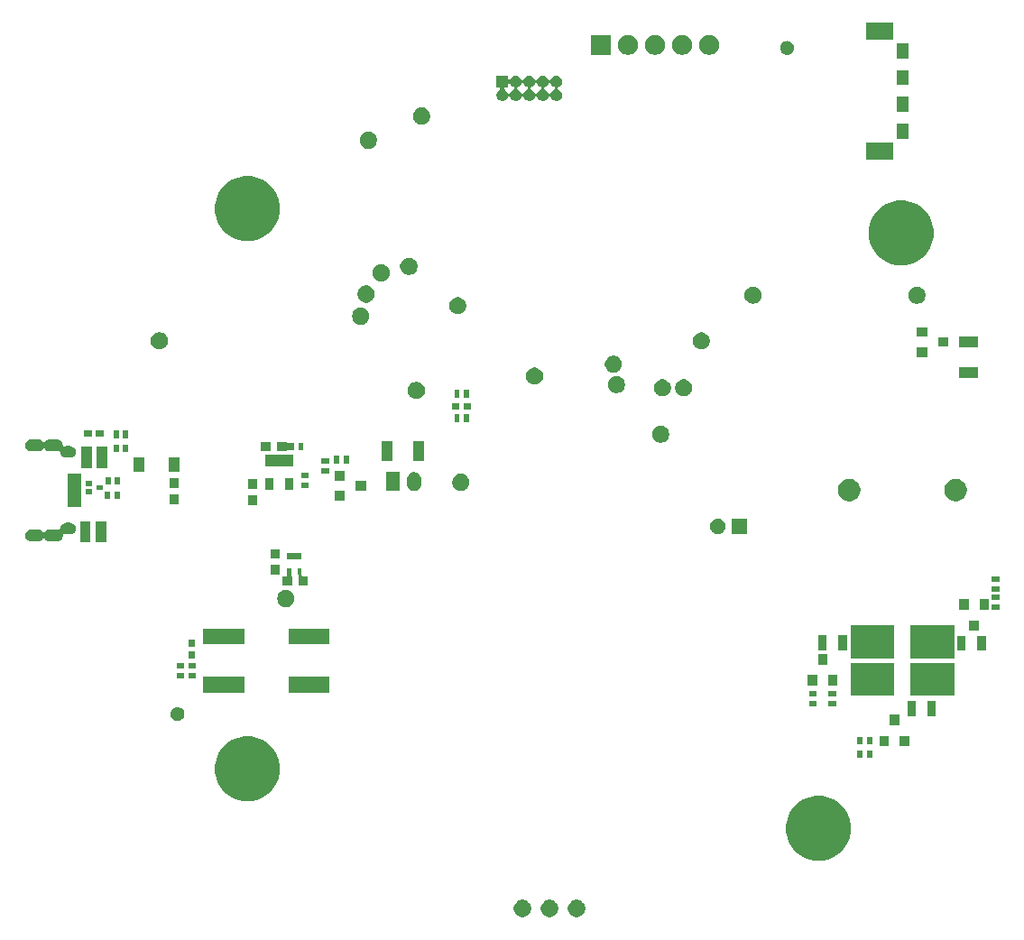
<source format=gbr>
G04 #@! TF.GenerationSoftware,KiCad,Pcbnew,(5.0.2)-1*
G04 #@! TF.CreationDate,2019-01-08T10:51:14-07:00*
G04 #@! TF.ProjectId,MagSensor,4d616753-656e-4736-9f72-2e6b69636164,rev?*
G04 #@! TF.SameCoordinates,Original*
G04 #@! TF.FileFunction,Soldermask,Top*
G04 #@! TF.FilePolarity,Negative*
%FSLAX46Y46*%
G04 Gerber Fmt 4.6, Leading zero omitted, Abs format (unit mm)*
G04 Created by KiCad (PCBNEW (5.0.2)-1) date 1/8/2019 10:51:14 AM*
%MOMM*%
%LPD*%
G01*
G04 APERTURE LIST*
%ADD10C,0.100000*%
G04 APERTURE END LIST*
D10*
G36*
X128403387Y-165485915D02*
X128551160Y-165547125D01*
X128684158Y-165635991D01*
X128797255Y-165749088D01*
X128886121Y-165882086D01*
X128947331Y-166029859D01*
X128978535Y-166186735D01*
X128978535Y-166346687D01*
X128947331Y-166503563D01*
X128886121Y-166651336D01*
X128797255Y-166784334D01*
X128684158Y-166897431D01*
X128551160Y-166986297D01*
X128403387Y-167047507D01*
X128246511Y-167078711D01*
X128086559Y-167078711D01*
X127929683Y-167047507D01*
X127781910Y-166986297D01*
X127648912Y-166897431D01*
X127535815Y-166784334D01*
X127446949Y-166651336D01*
X127385739Y-166503563D01*
X127354535Y-166346687D01*
X127354535Y-166186735D01*
X127385739Y-166029859D01*
X127446949Y-165882086D01*
X127535815Y-165749088D01*
X127648912Y-165635991D01*
X127781910Y-165547125D01*
X127929683Y-165485915D01*
X128086559Y-165454711D01*
X128246511Y-165454711D01*
X128403387Y-165485915D01*
X128403387Y-165485915D01*
G37*
G36*
X125863387Y-165485915D02*
X126011160Y-165547125D01*
X126144158Y-165635991D01*
X126257255Y-165749088D01*
X126346121Y-165882086D01*
X126407331Y-166029859D01*
X126438535Y-166186735D01*
X126438535Y-166346687D01*
X126407331Y-166503563D01*
X126346121Y-166651336D01*
X126257255Y-166784334D01*
X126144158Y-166897431D01*
X126011160Y-166986297D01*
X125863387Y-167047507D01*
X125706511Y-167078711D01*
X125546559Y-167078711D01*
X125389683Y-167047507D01*
X125241910Y-166986297D01*
X125108912Y-166897431D01*
X124995815Y-166784334D01*
X124906949Y-166651336D01*
X124845739Y-166503563D01*
X124814535Y-166346687D01*
X124814535Y-166186735D01*
X124845739Y-166029859D01*
X124906949Y-165882086D01*
X124995815Y-165749088D01*
X125108912Y-165635991D01*
X125241910Y-165547125D01*
X125389683Y-165485915D01*
X125546559Y-165454711D01*
X125706511Y-165454711D01*
X125863387Y-165485915D01*
X125863387Y-165485915D01*
G37*
G36*
X123323387Y-165485915D02*
X123471160Y-165547125D01*
X123604158Y-165635991D01*
X123717255Y-165749088D01*
X123806121Y-165882086D01*
X123867331Y-166029859D01*
X123898535Y-166186735D01*
X123898535Y-166346687D01*
X123867331Y-166503563D01*
X123806121Y-166651336D01*
X123717255Y-166784334D01*
X123604158Y-166897431D01*
X123471160Y-166986297D01*
X123323387Y-167047507D01*
X123166511Y-167078711D01*
X123006559Y-167078711D01*
X122849683Y-167047507D01*
X122701910Y-166986297D01*
X122568912Y-166897431D01*
X122455815Y-166784334D01*
X122366949Y-166651336D01*
X122305739Y-166503563D01*
X122274535Y-166346687D01*
X122274535Y-166186735D01*
X122305739Y-166029859D01*
X122366949Y-165882086D01*
X122455815Y-165749088D01*
X122568912Y-165635991D01*
X122701910Y-165547125D01*
X122849683Y-165485915D01*
X123006559Y-165454711D01*
X123166511Y-165454711D01*
X123323387Y-165485915D01*
X123323387Y-165485915D01*
G37*
G36*
X151260251Y-155716679D02*
X151765652Y-155817209D01*
X152320717Y-156047125D01*
X152820262Y-156380910D01*
X153245090Y-156805738D01*
X153578875Y-157305283D01*
X153808791Y-157860348D01*
X153926000Y-158449601D01*
X153926000Y-159050399D01*
X153808791Y-159639652D01*
X153578875Y-160194717D01*
X153245090Y-160694262D01*
X152820262Y-161119090D01*
X152320717Y-161452875D01*
X151765652Y-161682791D01*
X151260251Y-161783321D01*
X151176400Y-161800000D01*
X150575600Y-161800000D01*
X150491749Y-161783321D01*
X149986348Y-161682791D01*
X149431283Y-161452875D01*
X148931738Y-161119090D01*
X148506910Y-160694262D01*
X148173125Y-160194717D01*
X147943209Y-159639652D01*
X147826000Y-159050399D01*
X147826000Y-158449601D01*
X147943209Y-157860348D01*
X148173125Y-157305283D01*
X148506910Y-156805738D01*
X148931738Y-156380910D01*
X149431283Y-156047125D01*
X149986348Y-155817209D01*
X150491749Y-155716679D01*
X150575600Y-155700000D01*
X151176400Y-155700000D01*
X151260251Y-155716679D01*
X151260251Y-155716679D01*
G37*
G36*
X97666251Y-150128679D02*
X98171652Y-150229209D01*
X98726717Y-150459125D01*
X99226262Y-150792910D01*
X99651090Y-151217738D01*
X99984875Y-151717283D01*
X100214791Y-152272348D01*
X100332000Y-152861601D01*
X100332000Y-153462399D01*
X100214791Y-154051652D01*
X99984875Y-154606717D01*
X99651090Y-155106262D01*
X99226262Y-155531090D01*
X98726717Y-155864875D01*
X98171652Y-156094791D01*
X97666251Y-156195321D01*
X97582400Y-156212000D01*
X96981600Y-156212000D01*
X96897749Y-156195321D01*
X96392348Y-156094791D01*
X95837283Y-155864875D01*
X95337738Y-155531090D01*
X94912910Y-155106262D01*
X94579125Y-154606717D01*
X94349209Y-154051652D01*
X94232000Y-153462399D01*
X94232000Y-152861601D01*
X94349209Y-152272348D01*
X94579125Y-151717283D01*
X94912910Y-151217738D01*
X95337738Y-150792910D01*
X95837283Y-150459125D01*
X96392348Y-150229209D01*
X96897749Y-150128679D01*
X96981600Y-150112000D01*
X97582400Y-150112000D01*
X97666251Y-150128679D01*
X97666251Y-150128679D01*
G37*
G36*
X155923088Y-152130684D02*
X155423088Y-152130684D01*
X155423088Y-151430684D01*
X155923088Y-151430684D01*
X155923088Y-152130684D01*
X155923088Y-152130684D01*
G37*
G36*
X155023088Y-152130684D02*
X154523088Y-152130684D01*
X154523088Y-151430684D01*
X155023088Y-151430684D01*
X155023088Y-152130684D01*
X155023088Y-152130684D01*
G37*
G36*
X159398088Y-151055684D02*
X158498088Y-151055684D01*
X158498088Y-150055684D01*
X159398088Y-150055684D01*
X159398088Y-151055684D01*
X159398088Y-151055684D01*
G37*
G36*
X157498088Y-151055684D02*
X156598088Y-151055684D01*
X156598088Y-150055684D01*
X157498088Y-150055684D01*
X157498088Y-151055684D01*
X157498088Y-151055684D01*
G37*
G36*
X155923088Y-150880684D02*
X155423088Y-150880684D01*
X155423088Y-150180684D01*
X155923088Y-150180684D01*
X155923088Y-150880684D01*
X155923088Y-150880684D01*
G37*
G36*
X155023088Y-150880684D02*
X154523088Y-150880684D01*
X154523088Y-150180684D01*
X155023088Y-150180684D01*
X155023088Y-150880684D01*
X155023088Y-150880684D01*
G37*
G36*
X158448088Y-149055684D02*
X157548088Y-149055684D01*
X157548088Y-148055684D01*
X158448088Y-148055684D01*
X158448088Y-149055684D01*
X158448088Y-149055684D01*
G37*
G36*
X90870826Y-147372337D02*
X90912686Y-147380663D01*
X90947333Y-147395014D01*
X91030978Y-147429661D01*
X91137442Y-147500798D01*
X91227974Y-147591330D01*
X91299111Y-147697794D01*
X91348109Y-147816087D01*
X91373088Y-147941663D01*
X91373088Y-148069705D01*
X91348109Y-148195281D01*
X91299111Y-148313574D01*
X91227974Y-148420038D01*
X91137442Y-148510570D01*
X91030978Y-148581707D01*
X90947333Y-148616354D01*
X90912686Y-148630705D01*
X90870826Y-148639031D01*
X90787109Y-148655684D01*
X90659067Y-148655684D01*
X90575350Y-148639031D01*
X90533490Y-148630705D01*
X90498843Y-148616354D01*
X90415198Y-148581707D01*
X90308734Y-148510570D01*
X90218202Y-148420038D01*
X90147065Y-148313574D01*
X90098067Y-148195281D01*
X90073088Y-148069705D01*
X90073088Y-147941663D01*
X90098067Y-147816087D01*
X90147065Y-147697794D01*
X90218202Y-147591330D01*
X90308734Y-147500798D01*
X90415198Y-147429661D01*
X90498843Y-147395014D01*
X90533490Y-147380663D01*
X90575350Y-147372337D01*
X90659067Y-147355684D01*
X90787109Y-147355684D01*
X90870826Y-147372337D01*
X90870826Y-147372337D01*
G37*
G36*
X159998088Y-148205684D02*
X159198088Y-148205684D01*
X159198088Y-146805684D01*
X159998088Y-146805684D01*
X159998088Y-148205684D01*
X159998088Y-148205684D01*
G37*
G36*
X161898088Y-148205684D02*
X161098088Y-148205684D01*
X161098088Y-146805684D01*
X161898088Y-146805684D01*
X161898088Y-148205684D01*
X161898088Y-148205684D01*
G37*
G36*
X152523088Y-147280684D02*
X151823088Y-147280684D01*
X151823088Y-146780684D01*
X152523088Y-146780684D01*
X152523088Y-147280684D01*
X152523088Y-147280684D01*
G37*
G36*
X150723088Y-147280684D02*
X150023088Y-147280684D01*
X150023088Y-146780684D01*
X150723088Y-146780684D01*
X150723088Y-147280684D01*
X150723088Y-147280684D01*
G37*
G36*
X152523088Y-146380684D02*
X151823088Y-146380684D01*
X151823088Y-145880684D01*
X152523088Y-145880684D01*
X152523088Y-146380684D01*
X152523088Y-146380684D01*
G37*
G36*
X150723088Y-146380684D02*
X150023088Y-146380684D01*
X150023088Y-145880684D01*
X150723088Y-145880684D01*
X150723088Y-146380684D01*
X150723088Y-146380684D01*
G37*
G36*
X163600000Y-146302000D02*
X159500000Y-146302000D01*
X159500000Y-143202000D01*
X163600000Y-143202000D01*
X163600000Y-146302000D01*
X163600000Y-146302000D01*
G37*
G36*
X158000000Y-146302000D02*
X153900000Y-146302000D01*
X153900000Y-143202000D01*
X158000000Y-143202000D01*
X158000000Y-146302000D01*
X158000000Y-146302000D01*
G37*
G36*
X104985000Y-146002000D02*
X101135000Y-146002000D01*
X101135000Y-144502000D01*
X104985000Y-144502000D01*
X104985000Y-146002000D01*
X104985000Y-146002000D01*
G37*
G36*
X96985000Y-146002000D02*
X93135000Y-146002000D01*
X93135000Y-144502000D01*
X96985000Y-144502000D01*
X96985000Y-146002000D01*
X96985000Y-146002000D01*
G37*
G36*
X150773088Y-145380684D02*
X149873088Y-145380684D01*
X149873088Y-144380684D01*
X150773088Y-144380684D01*
X150773088Y-145380684D01*
X150773088Y-145380684D01*
G37*
G36*
X152673088Y-145380684D02*
X151773088Y-145380684D01*
X151773088Y-144380684D01*
X152673088Y-144380684D01*
X152673088Y-145380684D01*
X152673088Y-145380684D01*
G37*
G36*
X92423088Y-144655684D02*
X91723088Y-144655684D01*
X91723088Y-144155684D01*
X92423088Y-144155684D01*
X92423088Y-144655684D01*
X92423088Y-144655684D01*
G37*
G36*
X91343088Y-144655684D02*
X90643088Y-144655684D01*
X90643088Y-144155684D01*
X91343088Y-144155684D01*
X91343088Y-144655684D01*
X91343088Y-144655684D01*
G37*
G36*
X91343088Y-143755684D02*
X90643088Y-143755684D01*
X90643088Y-143255684D01*
X91343088Y-143255684D01*
X91343088Y-143755684D01*
X91343088Y-143755684D01*
G37*
G36*
X92423088Y-143755684D02*
X91723088Y-143755684D01*
X91723088Y-143255684D01*
X92423088Y-143255684D01*
X92423088Y-143755684D01*
X92423088Y-143755684D01*
G37*
G36*
X151723088Y-143380684D02*
X150823088Y-143380684D01*
X150823088Y-142380684D01*
X151723088Y-142380684D01*
X151723088Y-143380684D01*
X151723088Y-143380684D01*
G37*
G36*
X92373088Y-142855684D02*
X91773088Y-142855684D01*
X91773088Y-142155684D01*
X92373088Y-142155684D01*
X92373088Y-142855684D01*
X92373088Y-142855684D01*
G37*
G36*
X158000000Y-142802000D02*
X153900000Y-142802000D01*
X153900000Y-139702000D01*
X158000000Y-139702000D01*
X158000000Y-142802000D01*
X158000000Y-142802000D01*
G37*
G36*
X163600000Y-142802000D02*
X159500000Y-142802000D01*
X159500000Y-139702000D01*
X163600000Y-139702000D01*
X163600000Y-142802000D01*
X163600000Y-142802000D01*
G37*
G36*
X166598088Y-142080684D02*
X165798088Y-142080684D01*
X165798088Y-140680684D01*
X166598088Y-140680684D01*
X166598088Y-142080684D01*
X166598088Y-142080684D01*
G37*
G36*
X164698088Y-142080684D02*
X163898088Y-142080684D01*
X163898088Y-140680684D01*
X164698088Y-140680684D01*
X164698088Y-142080684D01*
X164698088Y-142080684D01*
G37*
G36*
X153548088Y-142030684D02*
X152748088Y-142030684D01*
X152748088Y-140630684D01*
X153548088Y-140630684D01*
X153548088Y-142030684D01*
X153548088Y-142030684D01*
G37*
G36*
X151648088Y-142030684D02*
X150848088Y-142030684D01*
X150848088Y-140630684D01*
X151648088Y-140630684D01*
X151648088Y-142030684D01*
X151648088Y-142030684D01*
G37*
G36*
X92373088Y-141755684D02*
X91773088Y-141755684D01*
X91773088Y-141055684D01*
X92373088Y-141055684D01*
X92373088Y-141755684D01*
X92373088Y-141755684D01*
G37*
G36*
X104985000Y-141502000D02*
X101135000Y-141502000D01*
X101135000Y-140002000D01*
X104985000Y-140002000D01*
X104985000Y-141502000D01*
X104985000Y-141502000D01*
G37*
G36*
X96985000Y-141502000D02*
X93135000Y-141502000D01*
X93135000Y-140002000D01*
X96985000Y-140002000D01*
X96985000Y-141502000D01*
X96985000Y-141502000D01*
G37*
G36*
X165923088Y-140230684D02*
X165023088Y-140230684D01*
X165023088Y-139230684D01*
X165923088Y-139230684D01*
X165923088Y-140230684D01*
X165923088Y-140230684D01*
G37*
G36*
X166873088Y-138230684D02*
X165973088Y-138230684D01*
X165973088Y-137230684D01*
X166873088Y-137230684D01*
X166873088Y-138230684D01*
X166873088Y-138230684D01*
G37*
G36*
X164973088Y-138230684D02*
X164073088Y-138230684D01*
X164073088Y-137230684D01*
X164973088Y-137230684D01*
X164973088Y-138230684D01*
X164973088Y-138230684D01*
G37*
G36*
X167848088Y-138205684D02*
X167148088Y-138205684D01*
X167148088Y-137705684D01*
X167848088Y-137705684D01*
X167848088Y-138205684D01*
X167848088Y-138205684D01*
G37*
G36*
X101129940Y-136391488D02*
X101277713Y-136452698D01*
X101410711Y-136541564D01*
X101523808Y-136654661D01*
X101612674Y-136787659D01*
X101673884Y-136935432D01*
X101705088Y-137092308D01*
X101705088Y-137252260D01*
X101673884Y-137409136D01*
X101612674Y-137556909D01*
X101523808Y-137689907D01*
X101410711Y-137803004D01*
X101277713Y-137891870D01*
X101129940Y-137953080D01*
X100973064Y-137984284D01*
X100813112Y-137984284D01*
X100656236Y-137953080D01*
X100508463Y-137891870D01*
X100375465Y-137803004D01*
X100262368Y-137689907D01*
X100173502Y-137556909D01*
X100112292Y-137409136D01*
X100081088Y-137252260D01*
X100081088Y-137092308D01*
X100112292Y-136935432D01*
X100173502Y-136787659D01*
X100262368Y-136654661D01*
X100375465Y-136541564D01*
X100508463Y-136452698D01*
X100656236Y-136391488D01*
X100813112Y-136360284D01*
X100973064Y-136360284D01*
X101129940Y-136391488D01*
X101129940Y-136391488D01*
G37*
G36*
X167848088Y-137305684D02*
X167148088Y-137305684D01*
X167148088Y-136805684D01*
X167848088Y-136805684D01*
X167848088Y-137305684D01*
X167848088Y-137305684D01*
G37*
G36*
X167848088Y-136530684D02*
X167148088Y-136530684D01*
X167148088Y-136030684D01*
X167848088Y-136030684D01*
X167848088Y-136530684D01*
X167848088Y-136530684D01*
G37*
G36*
X102385288Y-134997284D02*
X102387690Y-135021670D01*
X102394803Y-135045119D01*
X102406354Y-135066730D01*
X102421900Y-135085672D01*
X102440842Y-135101218D01*
X102462453Y-135112769D01*
X102485902Y-135119882D01*
X102510288Y-135122284D01*
X102968088Y-135122284D01*
X102968088Y-135972284D01*
X102068088Y-135972284D01*
X102068088Y-135006764D01*
X102065686Y-134982378D01*
X102058573Y-134958929D01*
X102047022Y-134937318D01*
X102031476Y-134918376D01*
X102012534Y-134902830D01*
X101990923Y-134891279D01*
X101985288Y-134889570D01*
X101985288Y-134331764D01*
X102385288Y-134331764D01*
X102385288Y-134997284D01*
X102385288Y-134997284D01*
G37*
G36*
X101385288Y-134997284D02*
X101387690Y-135021670D01*
X101394803Y-135045119D01*
X101406354Y-135066730D01*
X101421900Y-135085672D01*
X101440842Y-135101218D01*
X101462453Y-135112769D01*
X101468088Y-135114478D01*
X101468088Y-135972284D01*
X100568088Y-135972284D01*
X100568088Y-135122284D01*
X100860288Y-135122284D01*
X100884674Y-135119882D01*
X100908123Y-135112769D01*
X100929734Y-135101218D01*
X100948676Y-135085672D01*
X100964222Y-135066730D01*
X100975773Y-135045119D01*
X100982886Y-135021670D01*
X100985288Y-134997284D01*
X100985288Y-134331764D01*
X101385288Y-134331764D01*
X101385288Y-134997284D01*
X101385288Y-134997284D01*
G37*
G36*
X167848088Y-135630684D02*
X167148088Y-135630684D01*
X167148088Y-135130684D01*
X167848088Y-135130684D01*
X167848088Y-135630684D01*
X167848088Y-135630684D01*
G37*
G36*
X100326168Y-134947284D02*
X99476168Y-134947284D01*
X99476168Y-134047284D01*
X100326168Y-134047284D01*
X100326168Y-134947284D01*
X100326168Y-134947284D01*
G37*
G36*
X102385288Y-133481764D02*
X100985288Y-133481764D01*
X100985288Y-132931764D01*
X102385288Y-132931764D01*
X102385288Y-133481764D01*
X102385288Y-133481764D01*
G37*
G36*
X100326168Y-133447284D02*
X99476168Y-133447284D01*
X99476168Y-132547284D01*
X100326168Y-132547284D01*
X100326168Y-133447284D01*
X100326168Y-133447284D01*
G37*
G36*
X84023088Y-131905684D02*
X83073088Y-131905684D01*
X83073088Y-129905684D01*
X84023088Y-129905684D01*
X84023088Y-131905684D01*
X84023088Y-131905684D01*
G37*
G36*
X82573088Y-131905684D02*
X81623088Y-131905684D01*
X81623088Y-129905684D01*
X82573088Y-129905684D01*
X82573088Y-131905684D01*
X82573088Y-131905684D01*
G37*
G36*
X80710200Y-130075417D02*
X80764067Y-130080722D01*
X80840766Y-130103989D01*
X80867746Y-130112173D01*
X80963287Y-130163240D01*
X81047038Y-130231974D01*
X81115772Y-130315725D01*
X81166839Y-130411266D01*
X81166840Y-130411270D01*
X81198290Y-130514945D01*
X81208909Y-130622764D01*
X81198290Y-130730583D01*
X81180799Y-130788243D01*
X81166839Y-130834262D01*
X81115772Y-130929803D01*
X81047038Y-131013554D01*
X80963287Y-131082288D01*
X80867746Y-131133355D01*
X80846021Y-131139945D01*
X80764067Y-131164806D01*
X80710200Y-131170111D01*
X80683267Y-131172764D01*
X80229229Y-131172764D01*
X80148429Y-131164806D01*
X80118094Y-131155604D01*
X80094061Y-131150824D01*
X80069557Y-131150824D01*
X80045523Y-131155605D01*
X80022884Y-131164982D01*
X80002510Y-131178596D01*
X79985183Y-131195924D01*
X79971569Y-131216298D01*
X79962192Y-131238938D01*
X79957412Y-131262969D01*
X79950771Y-131330393D01*
X79948290Y-131355583D01*
X79925023Y-131432282D01*
X79916839Y-131459262D01*
X79865772Y-131554803D01*
X79797038Y-131638554D01*
X79713287Y-131707288D01*
X79617746Y-131758355D01*
X79590766Y-131766539D01*
X79514067Y-131789806D01*
X79460200Y-131795111D01*
X79433267Y-131797764D01*
X78679229Y-131797764D01*
X78652296Y-131795111D01*
X78598429Y-131789806D01*
X78521730Y-131766539D01*
X78494750Y-131758355D01*
X78399209Y-131707288D01*
X78315458Y-131638554D01*
X78277874Y-131592758D01*
X78260547Y-131575431D01*
X78240172Y-131561817D01*
X78217533Y-131552440D01*
X78193499Y-131547660D01*
X78168995Y-131547660D01*
X78144962Y-131552441D01*
X78122323Y-131561818D01*
X78101948Y-131575432D01*
X78084622Y-131592758D01*
X78047038Y-131638554D01*
X77963287Y-131707288D01*
X77867746Y-131758355D01*
X77840766Y-131766539D01*
X77764067Y-131789806D01*
X77710200Y-131795111D01*
X77683267Y-131797764D01*
X76929229Y-131797764D01*
X76902296Y-131795111D01*
X76848429Y-131789806D01*
X76771730Y-131766539D01*
X76744750Y-131758355D01*
X76649209Y-131707288D01*
X76565458Y-131638554D01*
X76496724Y-131554803D01*
X76445657Y-131459262D01*
X76437473Y-131432282D01*
X76414206Y-131355583D01*
X76403587Y-131247764D01*
X76414206Y-131139945D01*
X76445656Y-131036270D01*
X76445657Y-131036266D01*
X76496724Y-130940725D01*
X76565458Y-130856974D01*
X76649209Y-130788240D01*
X76744750Y-130737173D01*
X76771730Y-130728989D01*
X76848429Y-130705722D01*
X76902296Y-130700417D01*
X76929229Y-130697764D01*
X77683267Y-130697764D01*
X77710200Y-130700417D01*
X77764067Y-130705722D01*
X77840766Y-130728989D01*
X77867746Y-130737173D01*
X77963287Y-130788240D01*
X78047038Y-130856974D01*
X78084622Y-130902770D01*
X78101949Y-130920097D01*
X78122324Y-130933711D01*
X78144963Y-130943088D01*
X78168997Y-130947868D01*
X78193501Y-130947868D01*
X78217534Y-130943087D01*
X78240173Y-130933710D01*
X78260548Y-130920096D01*
X78277874Y-130902770D01*
X78315458Y-130856974D01*
X78399209Y-130788240D01*
X78494750Y-130737173D01*
X78521730Y-130728989D01*
X78598429Y-130705722D01*
X78652296Y-130700417D01*
X78679229Y-130697764D01*
X79433267Y-130697764D01*
X79514067Y-130705722D01*
X79544402Y-130714924D01*
X79568435Y-130719704D01*
X79592939Y-130719704D01*
X79616973Y-130714923D01*
X79639612Y-130705546D01*
X79659986Y-130691932D01*
X79677313Y-130674604D01*
X79690927Y-130654230D01*
X79700304Y-130631590D01*
X79705084Y-130607559D01*
X79714206Y-130514947D01*
X79714206Y-130514945D01*
X79745656Y-130411270D01*
X79745657Y-130411266D01*
X79796724Y-130315725D01*
X79865458Y-130231974D01*
X79949209Y-130163240D01*
X80044750Y-130112173D01*
X80071730Y-130103989D01*
X80148429Y-130080722D01*
X80202296Y-130075417D01*
X80229229Y-130072764D01*
X80683267Y-130072764D01*
X80710200Y-130075417D01*
X80710200Y-130075417D01*
G37*
G36*
X141550522Y-129691828D02*
X141634563Y-129708545D01*
X141766504Y-129763197D01*
X141766505Y-129763198D01*
X141885252Y-129842542D01*
X141986230Y-129943520D01*
X141986232Y-129943523D01*
X142065575Y-130062268D01*
X142120227Y-130194209D01*
X142148088Y-130334278D01*
X142148088Y-130477090D01*
X142120227Y-130617159D01*
X142065575Y-130749100D01*
X142065574Y-130749101D01*
X141986230Y-130867848D01*
X141885252Y-130968826D01*
X141885249Y-130968828D01*
X141766504Y-131048171D01*
X141634563Y-131102823D01*
X141550522Y-131119540D01*
X141494496Y-131130684D01*
X141351680Y-131130684D01*
X141295654Y-131119540D01*
X141211613Y-131102823D01*
X141079672Y-131048171D01*
X140960927Y-130968828D01*
X140960924Y-130968826D01*
X140859946Y-130867848D01*
X140780602Y-130749101D01*
X140780601Y-130749100D01*
X140725949Y-130617159D01*
X140698088Y-130477090D01*
X140698088Y-130334278D01*
X140725949Y-130194209D01*
X140780601Y-130062268D01*
X140859944Y-129943523D01*
X140859946Y-129943520D01*
X140960924Y-129842542D01*
X141079671Y-129763198D01*
X141079672Y-129763197D01*
X141211613Y-129708545D01*
X141295654Y-129691828D01*
X141351680Y-129680684D01*
X141494496Y-129680684D01*
X141550522Y-129691828D01*
X141550522Y-129691828D01*
G37*
G36*
X144148088Y-131130684D02*
X142698088Y-131130684D01*
X142698088Y-129680684D01*
X144148088Y-129680684D01*
X144148088Y-131130684D01*
X144148088Y-131130684D01*
G37*
G36*
X81706248Y-128597764D02*
X80406248Y-128597764D01*
X80406248Y-125447764D01*
X81706248Y-125447764D01*
X81706248Y-128597764D01*
X81706248Y-128597764D01*
G37*
G36*
X98218088Y-128397284D02*
X97368088Y-128397284D01*
X97368088Y-127497284D01*
X98218088Y-127497284D01*
X98218088Y-128397284D01*
X98218088Y-128397284D01*
G37*
G36*
X90848088Y-128305684D02*
X89998088Y-128305684D01*
X89998088Y-127405684D01*
X90848088Y-127405684D01*
X90848088Y-128305684D01*
X90848088Y-128305684D01*
G37*
G36*
X153875888Y-125954470D02*
X154056274Y-125990350D01*
X154247362Y-126069502D01*
X154419336Y-126184411D01*
X154565589Y-126330664D01*
X154680498Y-126502638D01*
X154759650Y-126693726D01*
X154800000Y-126896584D01*
X154800000Y-127103416D01*
X154759650Y-127306274D01*
X154680498Y-127497362D01*
X154565589Y-127669336D01*
X154419336Y-127815589D01*
X154247362Y-127930498D01*
X154056274Y-128009650D01*
X153875888Y-128045530D01*
X153853417Y-128050000D01*
X153646583Y-128050000D01*
X153624112Y-128045530D01*
X153443726Y-128009650D01*
X153252638Y-127930498D01*
X153080664Y-127815589D01*
X152934411Y-127669336D01*
X152819502Y-127497362D01*
X152740350Y-127306274D01*
X152700000Y-127103416D01*
X152700000Y-126896584D01*
X152740350Y-126693726D01*
X152819502Y-126502638D01*
X152934411Y-126330664D01*
X153080664Y-126184411D01*
X153252638Y-126069502D01*
X153443726Y-125990350D01*
X153624112Y-125954470D01*
X153646583Y-125950000D01*
X153853417Y-125950000D01*
X153875888Y-125954470D01*
X153875888Y-125954470D01*
G37*
G36*
X163875888Y-125954470D02*
X164056274Y-125990350D01*
X164247362Y-126069502D01*
X164419336Y-126184411D01*
X164565589Y-126330664D01*
X164680498Y-126502638D01*
X164759650Y-126693726D01*
X164800000Y-126896584D01*
X164800000Y-127103416D01*
X164759650Y-127306274D01*
X164680498Y-127497362D01*
X164565589Y-127669336D01*
X164419336Y-127815589D01*
X164247362Y-127930498D01*
X164056274Y-128009650D01*
X163875888Y-128045530D01*
X163853417Y-128050000D01*
X163646583Y-128050000D01*
X163624112Y-128045530D01*
X163443726Y-128009650D01*
X163252638Y-127930498D01*
X163080664Y-127815589D01*
X162934411Y-127669336D01*
X162819502Y-127497362D01*
X162740350Y-127306274D01*
X162700000Y-127103416D01*
X162700000Y-126896584D01*
X162740350Y-126693726D01*
X162819502Y-126502638D01*
X162934411Y-126330664D01*
X163080664Y-126184411D01*
X163252638Y-126069502D01*
X163443726Y-125990350D01*
X163624112Y-125954470D01*
X163646583Y-125950000D01*
X163853417Y-125950000D01*
X163875888Y-125954470D01*
X163875888Y-125954470D01*
G37*
G36*
X106434408Y-127994444D02*
X105434408Y-127994444D01*
X105434408Y-127094444D01*
X106434408Y-127094444D01*
X106434408Y-127994444D01*
X106434408Y-127994444D01*
G37*
G36*
X85313648Y-127845204D02*
X84813648Y-127845204D01*
X84813648Y-127145204D01*
X85313648Y-127145204D01*
X85313648Y-127845204D01*
X85313648Y-127845204D01*
G37*
G36*
X84413648Y-127845204D02*
X83913648Y-127845204D01*
X83913648Y-127145204D01*
X84413648Y-127145204D01*
X84413648Y-127845204D01*
X84413648Y-127845204D01*
G37*
G36*
X82669109Y-127418764D02*
X82119109Y-127418764D01*
X82119109Y-126918764D01*
X82669109Y-126918764D01*
X82669109Y-127418764D01*
X82669109Y-127418764D01*
G37*
G36*
X113039085Y-125313964D02*
X113050510Y-125315089D01*
X113111772Y-125333673D01*
X113173035Y-125352257D01*
X113237865Y-125386909D01*
X113285952Y-125412612D01*
X113285953Y-125412613D01*
X113285955Y-125412614D01*
X113384931Y-125493841D01*
X113466158Y-125592816D01*
X113526515Y-125705736D01*
X113563683Y-125828262D01*
X113573088Y-125923752D01*
X113573088Y-126487616D01*
X113563683Y-126583106D01*
X113526515Y-126705632D01*
X113466158Y-126818552D01*
X113384931Y-126917527D01*
X113285956Y-126998754D01*
X113173036Y-127059111D01*
X113111773Y-127077695D01*
X113050511Y-127096279D01*
X113039086Y-127097404D01*
X112923088Y-127108829D01*
X112807091Y-127097404D01*
X112795666Y-127096279D01*
X112734404Y-127077695D01*
X112673141Y-127059111D01*
X112560221Y-126998754D01*
X112461246Y-126917527D01*
X112461245Y-126917525D01*
X112461243Y-126917524D01*
X112380018Y-126818552D01*
X112342181Y-126747764D01*
X112319661Y-126705632D01*
X112282493Y-126583106D01*
X112273088Y-126487616D01*
X112273088Y-125923753D01*
X112282493Y-125828263D01*
X112282494Y-125828261D01*
X112319661Y-125705738D01*
X112319661Y-125705737D01*
X112380018Y-125592817D01*
X112461245Y-125493841D01*
X112560220Y-125412614D01*
X112673140Y-125352257D01*
X112734403Y-125333673D01*
X112795665Y-125315089D01*
X112807090Y-125313964D01*
X112923088Y-125302539D01*
X113039085Y-125313964D01*
X113039085Y-125313964D01*
G37*
G36*
X111573088Y-127105684D02*
X110273088Y-127105684D01*
X110273088Y-125305684D01*
X111573088Y-125305684D01*
X111573088Y-127105684D01*
X111573088Y-127105684D01*
G37*
G36*
X117549940Y-125494888D02*
X117697713Y-125556098D01*
X117830711Y-125644964D01*
X117943808Y-125758061D01*
X118032674Y-125891059D01*
X118093884Y-126038832D01*
X118125088Y-126195708D01*
X118125088Y-126355660D01*
X118093884Y-126512536D01*
X118032674Y-126660309D01*
X117943808Y-126793307D01*
X117830711Y-126906404D01*
X117697713Y-126995270D01*
X117549940Y-127056480D01*
X117393064Y-127087684D01*
X117233112Y-127087684D01*
X117076236Y-127056480D01*
X116928463Y-126995270D01*
X116795465Y-126906404D01*
X116682368Y-126793307D01*
X116593502Y-126660309D01*
X116532292Y-126512536D01*
X116501088Y-126355660D01*
X116501088Y-126195708D01*
X116532292Y-126038832D01*
X116593502Y-125891059D01*
X116682368Y-125758061D01*
X116795465Y-125644964D01*
X116928463Y-125556098D01*
X117076236Y-125494888D01*
X117233112Y-125463684D01*
X117393064Y-125463684D01*
X117549940Y-125494888D01*
X117549940Y-125494888D01*
G37*
G36*
X108434408Y-127044444D02*
X107434408Y-127044444D01*
X107434408Y-126144444D01*
X108434408Y-126144444D01*
X108434408Y-127044444D01*
X108434408Y-127044444D01*
G37*
G36*
X101592380Y-127021412D02*
X100842380Y-127021412D01*
X100842380Y-125861412D01*
X101592380Y-125861412D01*
X101592380Y-127021412D01*
X101592380Y-127021412D01*
G37*
G36*
X99692380Y-127021412D02*
X98942380Y-127021412D01*
X98942380Y-125861412D01*
X99692380Y-125861412D01*
X99692380Y-127021412D01*
X99692380Y-127021412D01*
G37*
G36*
X83674107Y-127018764D02*
X83124107Y-127018764D01*
X83124107Y-126518764D01*
X83674107Y-126518764D01*
X83674107Y-127018764D01*
X83674107Y-127018764D01*
G37*
G36*
X98218088Y-126897284D02*
X97368088Y-126897284D01*
X97368088Y-125997284D01*
X98218088Y-125997284D01*
X98218088Y-126897284D01*
X98218088Y-126897284D01*
G37*
G36*
X90848088Y-126805684D02*
X89998088Y-126805684D01*
X89998088Y-125905684D01*
X90848088Y-125905684D01*
X90848088Y-126805684D01*
X90848088Y-126805684D01*
G37*
G36*
X103060860Y-126798332D02*
X102360860Y-126798332D01*
X102360860Y-126298332D01*
X103060860Y-126298332D01*
X103060860Y-126798332D01*
X103060860Y-126798332D01*
G37*
G36*
X82669109Y-126618764D02*
X82119109Y-126618764D01*
X82119109Y-126118764D01*
X82669109Y-126118764D01*
X82669109Y-126618764D01*
X82669109Y-126618764D01*
G37*
G36*
X85354288Y-126488844D02*
X84854288Y-126488844D01*
X84854288Y-125788844D01*
X85354288Y-125788844D01*
X85354288Y-126488844D01*
X85354288Y-126488844D01*
G37*
G36*
X84454288Y-126488844D02*
X83954288Y-126488844D01*
X83954288Y-125788844D01*
X84454288Y-125788844D01*
X84454288Y-126488844D01*
X84454288Y-126488844D01*
G37*
G36*
X106434408Y-126094444D02*
X105434408Y-126094444D01*
X105434408Y-125194444D01*
X106434408Y-125194444D01*
X106434408Y-126094444D01*
X106434408Y-126094444D01*
G37*
G36*
X103060860Y-125898332D02*
X102360860Y-125898332D01*
X102360860Y-125398332D01*
X103060860Y-125398332D01*
X103060860Y-125898332D01*
X103060860Y-125898332D01*
G37*
G36*
X104927288Y-125416964D02*
X104227288Y-125416964D01*
X104227288Y-124916964D01*
X104927288Y-124916964D01*
X104927288Y-125416964D01*
X104927288Y-125416964D01*
G37*
G36*
X87618088Y-125247284D02*
X86618088Y-125247284D01*
X86618088Y-123947284D01*
X87618088Y-123947284D01*
X87618088Y-125247284D01*
X87618088Y-125247284D01*
G37*
G36*
X90918088Y-125247284D02*
X89918088Y-125247284D01*
X89918088Y-123947284D01*
X90918088Y-123947284D01*
X90918088Y-125247284D01*
X90918088Y-125247284D01*
G37*
G36*
X84111848Y-124913804D02*
X83161848Y-124913804D01*
X83161848Y-122913804D01*
X84111848Y-122913804D01*
X84111848Y-124913804D01*
X84111848Y-124913804D01*
G37*
G36*
X82661848Y-124913804D02*
X81711848Y-124913804D01*
X81711848Y-122913804D01*
X82661848Y-122913804D01*
X82661848Y-124913804D01*
X82661848Y-124913804D01*
G37*
G36*
X101592380Y-124821412D02*
X98942380Y-124821412D01*
X98942380Y-123661412D01*
X101592380Y-123661412D01*
X101592380Y-124821412D01*
X101592380Y-124821412D01*
G37*
G36*
X104927288Y-124516964D02*
X104227288Y-124516964D01*
X104227288Y-124016964D01*
X104927288Y-124016964D01*
X104927288Y-124516964D01*
X104927288Y-124516964D01*
G37*
G36*
X106813568Y-124495884D02*
X106313568Y-124495884D01*
X106313568Y-123795884D01*
X106813568Y-123795884D01*
X106813568Y-124495884D01*
X106813568Y-124495884D01*
G37*
G36*
X105913568Y-124495884D02*
X105413568Y-124495884D01*
X105413568Y-123795884D01*
X105913568Y-123795884D01*
X105913568Y-124495884D01*
X105913568Y-124495884D01*
G37*
G36*
X113818088Y-124247284D02*
X112818088Y-124247284D01*
X112818088Y-122447284D01*
X113818088Y-122447284D01*
X113818088Y-124247284D01*
X113818088Y-124247284D01*
G37*
G36*
X110918088Y-124247284D02*
X109918088Y-124247284D01*
X109918088Y-122447284D01*
X110918088Y-122447284D01*
X110918088Y-124247284D01*
X110918088Y-124247284D01*
G37*
G36*
X77710200Y-122250417D02*
X77764067Y-122255722D01*
X77840766Y-122278989D01*
X77867746Y-122287173D01*
X77963287Y-122338240D01*
X78047038Y-122406974D01*
X78084622Y-122452770D01*
X78101949Y-122470097D01*
X78122324Y-122483711D01*
X78144963Y-122493088D01*
X78168997Y-122497868D01*
X78193501Y-122497868D01*
X78217534Y-122493087D01*
X78240173Y-122483710D01*
X78260548Y-122470096D01*
X78277874Y-122452770D01*
X78315458Y-122406974D01*
X78399209Y-122338240D01*
X78494750Y-122287173D01*
X78521730Y-122278989D01*
X78598429Y-122255722D01*
X78652296Y-122250417D01*
X78679229Y-122247764D01*
X79433267Y-122247764D01*
X79460200Y-122250417D01*
X79514067Y-122255722D01*
X79590766Y-122278989D01*
X79617746Y-122287173D01*
X79713287Y-122338240D01*
X79797038Y-122406974D01*
X79865772Y-122490725D01*
X79916839Y-122586266D01*
X79916840Y-122586270D01*
X79948290Y-122689945D01*
X79948290Y-122689947D01*
X79957412Y-122782559D01*
X79962193Y-122806592D01*
X79971570Y-122829231D01*
X79985184Y-122849606D01*
X80002511Y-122866933D01*
X80022886Y-122880547D01*
X80045525Y-122889924D01*
X80069559Y-122894704D01*
X80094063Y-122894704D01*
X80118094Y-122889924D01*
X80148429Y-122880722D01*
X80229229Y-122872764D01*
X80683267Y-122872764D01*
X80710200Y-122875417D01*
X80764067Y-122880722D01*
X80840766Y-122903989D01*
X80867746Y-122912173D01*
X80963287Y-122963240D01*
X81047038Y-123031974D01*
X81115772Y-123115725D01*
X81166839Y-123211266D01*
X81166840Y-123211270D01*
X81198290Y-123314945D01*
X81208909Y-123422764D01*
X81198290Y-123530583D01*
X81175023Y-123607282D01*
X81166839Y-123634262D01*
X81115772Y-123729803D01*
X81047038Y-123813554D01*
X80963287Y-123882288D01*
X80867746Y-123933355D01*
X80840766Y-123941539D01*
X80764067Y-123964806D01*
X80710200Y-123970111D01*
X80683267Y-123972764D01*
X80229229Y-123972764D01*
X80202296Y-123970111D01*
X80148429Y-123964806D01*
X80071730Y-123941539D01*
X80044750Y-123933355D01*
X79949209Y-123882288D01*
X79865458Y-123813554D01*
X79796724Y-123729803D01*
X79745657Y-123634262D01*
X79737473Y-123607282D01*
X79714206Y-123530583D01*
X79711725Y-123505393D01*
X79705084Y-123437969D01*
X79700303Y-123413936D01*
X79690926Y-123391297D01*
X79677312Y-123370922D01*
X79659985Y-123353595D01*
X79639610Y-123339981D01*
X79616971Y-123330604D01*
X79592937Y-123325824D01*
X79568433Y-123325824D01*
X79544402Y-123330604D01*
X79514067Y-123339806D01*
X79433267Y-123347764D01*
X78679229Y-123347764D01*
X78652296Y-123345111D01*
X78598429Y-123339806D01*
X78516475Y-123314945D01*
X78494750Y-123308355D01*
X78399209Y-123257288D01*
X78315458Y-123188554D01*
X78277874Y-123142758D01*
X78260547Y-123125431D01*
X78240172Y-123111817D01*
X78217533Y-123102440D01*
X78193499Y-123097660D01*
X78168995Y-123097660D01*
X78144962Y-123102441D01*
X78122323Y-123111818D01*
X78101948Y-123125432D01*
X78084622Y-123142758D01*
X78047038Y-123188554D01*
X77963287Y-123257288D01*
X77867746Y-123308355D01*
X77846021Y-123314945D01*
X77764067Y-123339806D01*
X77710200Y-123345111D01*
X77683267Y-123347764D01*
X76929229Y-123347764D01*
X76902296Y-123345111D01*
X76848429Y-123339806D01*
X76766475Y-123314945D01*
X76744750Y-123308355D01*
X76649209Y-123257288D01*
X76565458Y-123188554D01*
X76496724Y-123104803D01*
X76445657Y-123009262D01*
X76431697Y-122963243D01*
X76414206Y-122905583D01*
X76403587Y-122797764D01*
X76414206Y-122689945D01*
X76445656Y-122586270D01*
X76445657Y-122586266D01*
X76496724Y-122490725D01*
X76565458Y-122406974D01*
X76649209Y-122338240D01*
X76744750Y-122287173D01*
X76771730Y-122278989D01*
X76848429Y-122255722D01*
X76902296Y-122250417D01*
X76929229Y-122247764D01*
X77683267Y-122247764D01*
X77710200Y-122250417D01*
X77710200Y-122250417D01*
G37*
G36*
X85211208Y-123410364D02*
X84711208Y-123410364D01*
X84711208Y-122710364D01*
X85211208Y-122710364D01*
X85211208Y-123410364D01*
X85211208Y-123410364D01*
G37*
G36*
X86111208Y-123410364D02*
X85611208Y-123410364D01*
X85611208Y-122710364D01*
X86111208Y-122710364D01*
X86111208Y-123410364D01*
X86111208Y-123410364D01*
G37*
G36*
X99422460Y-123348332D02*
X98522460Y-123348332D01*
X98522460Y-122498332D01*
X99422460Y-122498332D01*
X99422460Y-123348332D01*
X99422460Y-123348332D01*
G37*
G36*
X100943526Y-122517778D02*
X100959072Y-122536720D01*
X100978014Y-122552266D01*
X100999625Y-122563817D01*
X101023074Y-122570930D01*
X101047460Y-122573332D01*
X101652340Y-122573332D01*
X101652340Y-123273332D01*
X101047460Y-123273332D01*
X101023074Y-123275734D01*
X100999625Y-123282847D01*
X100978014Y-123294398D01*
X100959072Y-123309944D01*
X100943526Y-123328886D01*
X100933132Y-123348332D01*
X100022460Y-123348332D01*
X100022460Y-122498332D01*
X100933132Y-122498332D01*
X100943526Y-122517778D01*
X100943526Y-122517778D01*
G37*
G36*
X102552340Y-123273332D02*
X102052340Y-123273332D01*
X102052340Y-122573332D01*
X102552340Y-122573332D01*
X102552340Y-123273332D01*
X102552340Y-123273332D01*
G37*
G36*
X136306440Y-120986427D02*
X136452029Y-121046732D01*
X136583061Y-121134285D01*
X136694487Y-121245711D01*
X136782040Y-121376743D01*
X136842345Y-121522332D01*
X136873088Y-121676889D01*
X136873088Y-121834479D01*
X136842345Y-121989036D01*
X136782040Y-122134625D01*
X136694487Y-122265657D01*
X136583061Y-122377083D01*
X136452029Y-122464636D01*
X136306440Y-122524941D01*
X136151883Y-122555684D01*
X135994293Y-122555684D01*
X135839736Y-122524941D01*
X135694147Y-122464636D01*
X135563115Y-122377083D01*
X135451689Y-122265657D01*
X135364136Y-122134625D01*
X135303831Y-121989036D01*
X135273088Y-121834479D01*
X135273088Y-121676889D01*
X135303831Y-121522332D01*
X135364136Y-121376743D01*
X135451689Y-121245711D01*
X135563115Y-121134285D01*
X135694147Y-121046732D01*
X135839736Y-120986427D01*
X135994293Y-120955684D01*
X136151883Y-120955684D01*
X136306440Y-120986427D01*
X136306440Y-120986427D01*
G37*
G36*
X86111208Y-122114964D02*
X85611208Y-122114964D01*
X85611208Y-121414964D01*
X86111208Y-121414964D01*
X86111208Y-122114964D01*
X86111208Y-122114964D01*
G37*
G36*
X85211208Y-122114964D02*
X84711208Y-122114964D01*
X84711208Y-121414964D01*
X85211208Y-121414964D01*
X85211208Y-122114964D01*
X85211208Y-122114964D01*
G37*
G36*
X82680008Y-121973524D02*
X81980008Y-121973524D01*
X81980008Y-121373524D01*
X82680008Y-121373524D01*
X82680008Y-121973524D01*
X82680008Y-121973524D01*
G37*
G36*
X83780008Y-121973524D02*
X83080008Y-121973524D01*
X83080008Y-121373524D01*
X83780008Y-121373524D01*
X83780008Y-121973524D01*
X83780008Y-121973524D01*
G37*
G36*
X117200508Y-120606384D02*
X116700508Y-120606384D01*
X116700508Y-119906384D01*
X117200508Y-119906384D01*
X117200508Y-120606384D01*
X117200508Y-120606384D01*
G37*
G36*
X118100508Y-120606384D02*
X117600508Y-120606384D01*
X117600508Y-119906384D01*
X118100508Y-119906384D01*
X118100508Y-120606384D01*
X118100508Y-120606384D01*
G37*
G36*
X118300508Y-119413384D02*
X117600508Y-119413384D01*
X117600508Y-118813384D01*
X118300508Y-118813384D01*
X118300508Y-119413384D01*
X118300508Y-119413384D01*
G37*
G36*
X117200508Y-119413384D02*
X116500508Y-119413384D01*
X116500508Y-118813384D01*
X117200508Y-118813384D01*
X117200508Y-119413384D01*
X117200508Y-119413384D01*
G37*
G36*
X113359940Y-116874888D02*
X113507713Y-116936098D01*
X113640711Y-117024964D01*
X113753808Y-117138061D01*
X113842674Y-117271059D01*
X113903884Y-117418832D01*
X113935088Y-117575708D01*
X113935088Y-117735660D01*
X113903884Y-117892536D01*
X113842674Y-118040309D01*
X113753808Y-118173307D01*
X113640711Y-118286404D01*
X113507713Y-118375270D01*
X113359940Y-118436480D01*
X113203064Y-118467684D01*
X113043112Y-118467684D01*
X112886236Y-118436480D01*
X112738463Y-118375270D01*
X112605465Y-118286404D01*
X112492368Y-118173307D01*
X112403502Y-118040309D01*
X112342292Y-117892536D01*
X112311088Y-117735660D01*
X112311088Y-117575708D01*
X112342292Y-117418832D01*
X112403502Y-117271059D01*
X112492368Y-117138061D01*
X112605465Y-117024964D01*
X112738463Y-116936098D01*
X112886236Y-116874888D01*
X113043112Y-116843684D01*
X113203064Y-116843684D01*
X113359940Y-116874888D01*
X113359940Y-116874888D01*
G37*
G36*
X117200508Y-118320384D02*
X116700508Y-118320384D01*
X116700508Y-117620384D01*
X117200508Y-117620384D01*
X117200508Y-118320384D01*
X117200508Y-118320384D01*
G37*
G36*
X118100508Y-118320384D02*
X117600508Y-118320384D01*
X117600508Y-117620384D01*
X118100508Y-117620384D01*
X118100508Y-118320384D01*
X118100508Y-118320384D01*
G37*
G36*
X138456440Y-116636427D02*
X138602029Y-116696732D01*
X138733061Y-116784285D01*
X138844487Y-116895711D01*
X138932040Y-117026743D01*
X138992345Y-117172332D01*
X139023088Y-117326889D01*
X139023088Y-117484479D01*
X138992345Y-117639036D01*
X138932040Y-117784625D01*
X138844487Y-117915657D01*
X138733061Y-118027083D01*
X138602029Y-118114636D01*
X138456440Y-118174941D01*
X138301883Y-118205684D01*
X138144293Y-118205684D01*
X137989736Y-118174941D01*
X137844147Y-118114636D01*
X137713115Y-118027083D01*
X137601689Y-117915657D01*
X137514136Y-117784625D01*
X137453831Y-117639036D01*
X137423088Y-117484479D01*
X137423088Y-117326889D01*
X137453831Y-117172332D01*
X137514136Y-117026743D01*
X137601689Y-116895711D01*
X137713115Y-116784285D01*
X137844147Y-116696732D01*
X137989736Y-116636427D01*
X138144293Y-116605684D01*
X138301883Y-116605684D01*
X138456440Y-116636427D01*
X138456440Y-116636427D01*
G37*
G36*
X136456440Y-116636427D02*
X136602029Y-116696732D01*
X136733061Y-116784285D01*
X136844487Y-116895711D01*
X136932040Y-117026743D01*
X136992345Y-117172332D01*
X137023088Y-117326889D01*
X137023088Y-117484479D01*
X136992345Y-117639036D01*
X136932040Y-117784625D01*
X136844487Y-117915657D01*
X136733061Y-118027083D01*
X136602029Y-118114636D01*
X136456440Y-118174941D01*
X136301883Y-118205684D01*
X136144293Y-118205684D01*
X135989736Y-118174941D01*
X135844147Y-118114636D01*
X135713115Y-118027083D01*
X135601689Y-117915657D01*
X135514136Y-117784625D01*
X135453831Y-117639036D01*
X135423088Y-117484479D01*
X135423088Y-117326889D01*
X135453831Y-117172332D01*
X135514136Y-117026743D01*
X135601689Y-116895711D01*
X135713115Y-116784285D01*
X135844147Y-116696732D01*
X135989736Y-116636427D01*
X136144293Y-116605684D01*
X136301883Y-116605684D01*
X136456440Y-116636427D01*
X136456440Y-116636427D01*
G37*
G36*
X132156440Y-116336427D02*
X132302029Y-116396732D01*
X132433061Y-116484285D01*
X132544487Y-116595711D01*
X132632040Y-116726743D01*
X132692345Y-116872332D01*
X132723088Y-117026889D01*
X132723088Y-117184479D01*
X132692345Y-117339036D01*
X132632040Y-117484625D01*
X132544487Y-117615657D01*
X132433061Y-117727083D01*
X132302029Y-117814636D01*
X132156440Y-117874941D01*
X132001883Y-117905684D01*
X131844293Y-117905684D01*
X131689736Y-117874941D01*
X131544147Y-117814636D01*
X131413115Y-117727083D01*
X131301689Y-117615657D01*
X131214136Y-117484625D01*
X131153831Y-117339036D01*
X131123088Y-117184479D01*
X131123088Y-117026889D01*
X131153831Y-116872332D01*
X131214136Y-116726743D01*
X131301689Y-116595711D01*
X131413115Y-116484285D01*
X131544147Y-116396732D01*
X131689736Y-116336427D01*
X131844293Y-116305684D01*
X132001883Y-116305684D01*
X132156440Y-116336427D01*
X132156440Y-116336427D01*
G37*
G36*
X124456440Y-115536427D02*
X124602029Y-115596732D01*
X124733061Y-115684285D01*
X124844487Y-115795711D01*
X124932040Y-115926743D01*
X124992345Y-116072332D01*
X125023088Y-116226889D01*
X125023088Y-116384479D01*
X124992345Y-116539036D01*
X124932040Y-116684625D01*
X124844487Y-116815657D01*
X124733061Y-116927083D01*
X124602029Y-117014636D01*
X124456440Y-117074941D01*
X124301883Y-117105684D01*
X124144293Y-117105684D01*
X123989736Y-117074941D01*
X123844147Y-117014636D01*
X123713115Y-116927083D01*
X123601689Y-116815657D01*
X123514136Y-116684625D01*
X123453831Y-116539036D01*
X123423088Y-116384479D01*
X123423088Y-116226889D01*
X123453831Y-116072332D01*
X123514136Y-115926743D01*
X123601689Y-115795711D01*
X123713115Y-115684285D01*
X123844147Y-115596732D01*
X123989736Y-115536427D01*
X124144293Y-115505684D01*
X124301883Y-115505684D01*
X124456440Y-115536427D01*
X124456440Y-115536427D01*
G37*
G36*
X165883088Y-116495684D02*
X164083088Y-116495684D01*
X164083088Y-115495684D01*
X165883088Y-115495684D01*
X165883088Y-116495684D01*
X165883088Y-116495684D01*
G37*
G36*
X131866440Y-114416427D02*
X132012029Y-114476732D01*
X132143061Y-114564285D01*
X132254487Y-114675711D01*
X132342040Y-114806743D01*
X132402345Y-114952332D01*
X132433088Y-115106889D01*
X132433088Y-115264479D01*
X132402345Y-115419036D01*
X132342040Y-115564625D01*
X132254487Y-115695657D01*
X132143061Y-115807083D01*
X132012029Y-115894636D01*
X131866440Y-115954941D01*
X131711883Y-115985684D01*
X131554293Y-115985684D01*
X131399736Y-115954941D01*
X131254147Y-115894636D01*
X131123115Y-115807083D01*
X131011689Y-115695657D01*
X130924136Y-115564625D01*
X130863831Y-115419036D01*
X130833088Y-115264479D01*
X130833088Y-115106889D01*
X130863831Y-114952332D01*
X130924136Y-114806743D01*
X131011689Y-114675711D01*
X131123115Y-114564285D01*
X131254147Y-114476732D01*
X131399736Y-114416427D01*
X131554293Y-114385684D01*
X131711883Y-114385684D01*
X131866440Y-114416427D01*
X131866440Y-114416427D01*
G37*
G36*
X161083088Y-114505684D02*
X160083088Y-114505684D01*
X160083088Y-113605684D01*
X161083088Y-113605684D01*
X161083088Y-114505684D01*
X161083088Y-114505684D01*
G37*
G36*
X89254940Y-112216488D02*
X89402713Y-112277698D01*
X89535711Y-112366564D01*
X89648808Y-112479661D01*
X89737674Y-112612659D01*
X89798884Y-112760432D01*
X89830088Y-112917308D01*
X89830088Y-113077260D01*
X89798884Y-113234136D01*
X89737674Y-113381909D01*
X89648808Y-113514907D01*
X89535711Y-113628004D01*
X89402713Y-113716870D01*
X89254940Y-113778080D01*
X89098064Y-113809284D01*
X88938112Y-113809284D01*
X88781236Y-113778080D01*
X88633463Y-113716870D01*
X88500465Y-113628004D01*
X88387368Y-113514907D01*
X88298502Y-113381909D01*
X88237292Y-113234136D01*
X88206088Y-113077260D01*
X88206088Y-112917308D01*
X88237292Y-112760432D01*
X88298502Y-112612659D01*
X88387368Y-112479661D01*
X88500465Y-112366564D01*
X88633463Y-112277698D01*
X88781236Y-112216488D01*
X88938112Y-112185284D01*
X89098064Y-112185284D01*
X89254940Y-112216488D01*
X89254940Y-112216488D01*
G37*
G36*
X140106440Y-112236427D02*
X140252029Y-112296732D01*
X140383061Y-112384285D01*
X140494487Y-112495711D01*
X140582040Y-112626743D01*
X140642345Y-112772332D01*
X140673088Y-112926889D01*
X140673088Y-113084479D01*
X140642345Y-113239036D01*
X140582040Y-113384625D01*
X140494487Y-113515657D01*
X140383061Y-113627083D01*
X140252029Y-113714636D01*
X140106440Y-113774941D01*
X139951883Y-113805684D01*
X139794293Y-113805684D01*
X139639736Y-113774941D01*
X139494147Y-113714636D01*
X139363115Y-113627083D01*
X139251689Y-113515657D01*
X139164136Y-113384625D01*
X139103831Y-113239036D01*
X139073088Y-113084479D01*
X139073088Y-112926889D01*
X139103831Y-112772332D01*
X139164136Y-112626743D01*
X139251689Y-112495711D01*
X139363115Y-112384285D01*
X139494147Y-112296732D01*
X139639736Y-112236427D01*
X139794293Y-112205684D01*
X139951883Y-112205684D01*
X140106440Y-112236427D01*
X140106440Y-112236427D01*
G37*
G36*
X165883088Y-113595684D02*
X164083088Y-113595684D01*
X164083088Y-112595684D01*
X165883088Y-112595684D01*
X165883088Y-113595684D01*
X165883088Y-113595684D01*
G37*
G36*
X163083088Y-113555684D02*
X162083088Y-113555684D01*
X162083088Y-112655684D01*
X163083088Y-112655684D01*
X163083088Y-113555684D01*
X163083088Y-113555684D01*
G37*
G36*
X161083088Y-112605684D02*
X160083088Y-112605684D01*
X160083088Y-111705684D01*
X161083088Y-111705684D01*
X161083088Y-112605684D01*
X161083088Y-112605684D01*
G37*
G36*
X108159940Y-109904888D02*
X108307713Y-109966098D01*
X108440711Y-110054964D01*
X108553808Y-110168061D01*
X108642674Y-110301059D01*
X108703884Y-110448832D01*
X108735088Y-110605708D01*
X108735088Y-110765660D01*
X108703884Y-110922536D01*
X108642674Y-111070309D01*
X108553808Y-111203307D01*
X108440711Y-111316404D01*
X108307713Y-111405270D01*
X108159940Y-111466480D01*
X108003064Y-111497684D01*
X107843112Y-111497684D01*
X107686236Y-111466480D01*
X107538463Y-111405270D01*
X107405465Y-111316404D01*
X107292368Y-111203307D01*
X107203502Y-111070309D01*
X107142292Y-110922536D01*
X107111088Y-110765660D01*
X107111088Y-110605708D01*
X107142292Y-110448832D01*
X107203502Y-110301059D01*
X107292368Y-110168061D01*
X107405465Y-110054964D01*
X107538463Y-109966098D01*
X107686236Y-109904888D01*
X107843112Y-109873684D01*
X108003064Y-109873684D01*
X108159940Y-109904888D01*
X108159940Y-109904888D01*
G37*
G36*
X117256440Y-108936427D02*
X117402029Y-108996732D01*
X117533061Y-109084285D01*
X117644487Y-109195711D01*
X117732040Y-109326743D01*
X117792345Y-109472332D01*
X117823088Y-109626889D01*
X117823088Y-109784479D01*
X117792345Y-109939036D01*
X117732040Y-110084625D01*
X117644487Y-110215657D01*
X117533061Y-110327083D01*
X117402029Y-110414636D01*
X117256440Y-110474941D01*
X117101883Y-110505684D01*
X116944293Y-110505684D01*
X116789736Y-110474941D01*
X116644147Y-110414636D01*
X116513115Y-110327083D01*
X116401689Y-110215657D01*
X116314136Y-110084625D01*
X116253831Y-109939036D01*
X116223088Y-109784479D01*
X116223088Y-109626889D01*
X116253831Y-109472332D01*
X116314136Y-109326743D01*
X116401689Y-109195711D01*
X116513115Y-109084285D01*
X116644147Y-108996732D01*
X116789736Y-108936427D01*
X116944293Y-108905684D01*
X117101883Y-108905684D01*
X117256440Y-108936427D01*
X117256440Y-108936427D01*
G37*
G36*
X160339940Y-107934888D02*
X160487713Y-107996098D01*
X160620711Y-108084964D01*
X160733808Y-108198061D01*
X160822674Y-108331059D01*
X160883884Y-108478832D01*
X160915088Y-108635708D01*
X160915088Y-108795660D01*
X160883884Y-108952536D01*
X160822674Y-109100309D01*
X160733808Y-109233307D01*
X160620711Y-109346404D01*
X160487713Y-109435270D01*
X160339940Y-109496480D01*
X160183064Y-109527684D01*
X160023112Y-109527684D01*
X159866236Y-109496480D01*
X159718463Y-109435270D01*
X159585465Y-109346404D01*
X159472368Y-109233307D01*
X159383502Y-109100309D01*
X159322292Y-108952536D01*
X159291088Y-108795660D01*
X159291088Y-108635708D01*
X159322292Y-108478832D01*
X159383502Y-108331059D01*
X159472368Y-108198061D01*
X159585465Y-108084964D01*
X159718463Y-107996098D01*
X159866236Y-107934888D01*
X160023112Y-107903684D01*
X160183064Y-107903684D01*
X160339940Y-107934888D01*
X160339940Y-107934888D01*
G37*
G36*
X144956440Y-107936427D02*
X145102029Y-107996732D01*
X145233061Y-108084285D01*
X145344487Y-108195711D01*
X145432040Y-108326743D01*
X145492345Y-108472332D01*
X145523088Y-108626889D01*
X145523088Y-108784479D01*
X145492345Y-108939036D01*
X145432040Y-109084625D01*
X145344487Y-109215657D01*
X145233061Y-109327083D01*
X145102029Y-109414636D01*
X144956440Y-109474941D01*
X144801883Y-109505684D01*
X144644293Y-109505684D01*
X144489736Y-109474941D01*
X144344147Y-109414636D01*
X144213115Y-109327083D01*
X144101689Y-109215657D01*
X144014136Y-109084625D01*
X143953831Y-108939036D01*
X143923088Y-108784479D01*
X143923088Y-108626889D01*
X143953831Y-108472332D01*
X144014136Y-108326743D01*
X144101689Y-108195711D01*
X144213115Y-108084285D01*
X144344147Y-107996732D01*
X144489736Y-107936427D01*
X144644293Y-107905684D01*
X144801883Y-107905684D01*
X144956440Y-107936427D01*
X144956440Y-107936427D01*
G37*
G36*
X108659940Y-107824888D02*
X108807713Y-107886098D01*
X108940711Y-107974964D01*
X109053808Y-108088061D01*
X109142674Y-108221059D01*
X109203884Y-108368832D01*
X109235088Y-108525708D01*
X109235088Y-108685660D01*
X109203884Y-108842536D01*
X109142674Y-108990309D01*
X109053808Y-109123307D01*
X108940711Y-109236404D01*
X108807713Y-109325270D01*
X108659940Y-109386480D01*
X108503064Y-109417684D01*
X108343112Y-109417684D01*
X108186236Y-109386480D01*
X108038463Y-109325270D01*
X107905465Y-109236404D01*
X107792368Y-109123307D01*
X107703502Y-108990309D01*
X107642292Y-108842536D01*
X107611088Y-108685660D01*
X107611088Y-108525708D01*
X107642292Y-108368832D01*
X107703502Y-108221059D01*
X107792368Y-108088061D01*
X107905465Y-107974964D01*
X108038463Y-107886098D01*
X108186236Y-107824888D01*
X108343112Y-107793684D01*
X108503064Y-107793684D01*
X108659940Y-107824888D01*
X108659940Y-107824888D01*
G37*
G36*
X110059940Y-105824888D02*
X110207713Y-105886098D01*
X110340711Y-105974964D01*
X110453808Y-106088061D01*
X110542674Y-106221059D01*
X110603884Y-106368832D01*
X110635088Y-106525708D01*
X110635088Y-106685660D01*
X110603884Y-106842536D01*
X110542674Y-106990309D01*
X110453808Y-107123307D01*
X110340711Y-107236404D01*
X110207713Y-107325270D01*
X110059940Y-107386480D01*
X109903064Y-107417684D01*
X109743112Y-107417684D01*
X109586236Y-107386480D01*
X109438463Y-107325270D01*
X109305465Y-107236404D01*
X109192368Y-107123307D01*
X109103502Y-106990309D01*
X109042292Y-106842536D01*
X109011088Y-106685660D01*
X109011088Y-106525708D01*
X109042292Y-106368832D01*
X109103502Y-106221059D01*
X109192368Y-106088061D01*
X109305465Y-105974964D01*
X109438463Y-105886098D01*
X109586236Y-105824888D01*
X109743112Y-105793684D01*
X109903064Y-105793684D01*
X110059940Y-105824888D01*
X110059940Y-105824888D01*
G37*
G36*
X112659940Y-105224888D02*
X112807713Y-105286098D01*
X112940711Y-105374964D01*
X113053808Y-105488061D01*
X113142674Y-105621059D01*
X113203884Y-105768832D01*
X113235088Y-105925708D01*
X113235088Y-106085660D01*
X113203884Y-106242536D01*
X113142674Y-106390309D01*
X113053808Y-106523307D01*
X112940711Y-106636404D01*
X112807713Y-106725270D01*
X112659940Y-106786480D01*
X112503064Y-106817684D01*
X112343112Y-106817684D01*
X112186236Y-106786480D01*
X112038463Y-106725270D01*
X111905465Y-106636404D01*
X111792368Y-106523307D01*
X111703502Y-106390309D01*
X111642292Y-106242536D01*
X111611088Y-106085660D01*
X111611088Y-105925708D01*
X111642292Y-105768832D01*
X111703502Y-105621059D01*
X111792368Y-105488061D01*
X111905465Y-105374964D01*
X112038463Y-105286098D01*
X112186236Y-105224888D01*
X112343112Y-105193684D01*
X112503064Y-105193684D01*
X112659940Y-105224888D01*
X112659940Y-105224888D01*
G37*
G36*
X159007251Y-99836679D02*
X159512652Y-99937209D01*
X160067717Y-100167125D01*
X160567262Y-100500910D01*
X160992090Y-100925738D01*
X161325875Y-101425283D01*
X161555791Y-101980348D01*
X161673000Y-102569601D01*
X161673000Y-103170399D01*
X161555791Y-103759652D01*
X161325875Y-104314717D01*
X160992090Y-104814262D01*
X160567262Y-105239090D01*
X160067717Y-105572875D01*
X159512652Y-105802791D01*
X159007251Y-105903321D01*
X158923400Y-105920000D01*
X158322600Y-105920000D01*
X158238749Y-105903321D01*
X157733348Y-105802791D01*
X157178283Y-105572875D01*
X156678738Y-105239090D01*
X156253910Y-104814262D01*
X155920125Y-104314717D01*
X155690209Y-103759652D01*
X155573000Y-103170399D01*
X155573000Y-102569601D01*
X155690209Y-101980348D01*
X155920125Y-101425283D01*
X156253910Y-100925738D01*
X156678738Y-100500910D01*
X157178283Y-100167125D01*
X157733348Y-99937209D01*
X158238749Y-99836679D01*
X158322600Y-99820000D01*
X158923400Y-99820000D01*
X159007251Y-99836679D01*
X159007251Y-99836679D01*
G37*
G36*
X97666251Y-97550679D02*
X98171652Y-97651209D01*
X98726717Y-97881125D01*
X99226262Y-98214910D01*
X99651090Y-98639738D01*
X99984875Y-99139283D01*
X100214791Y-99694348D01*
X100332000Y-100283601D01*
X100332000Y-100884399D01*
X100214791Y-101473652D01*
X99984875Y-102028717D01*
X99651090Y-102528262D01*
X99226262Y-102953090D01*
X98726717Y-103286875D01*
X98171652Y-103516791D01*
X97666251Y-103617321D01*
X97582400Y-103634000D01*
X96981600Y-103634000D01*
X96897749Y-103617321D01*
X96392348Y-103516791D01*
X95837283Y-103286875D01*
X95337738Y-102953090D01*
X94912910Y-102528262D01*
X94579125Y-102028717D01*
X94349209Y-101473652D01*
X94232000Y-100884399D01*
X94232000Y-100283601D01*
X94349209Y-99694348D01*
X94579125Y-99139283D01*
X94912910Y-98639738D01*
X95337738Y-98214910D01*
X95837283Y-97881125D01*
X96392348Y-97651209D01*
X96897749Y-97550679D01*
X96981600Y-97534000D01*
X97582400Y-97534000D01*
X97666251Y-97550679D01*
X97666251Y-97550679D01*
G37*
G36*
X157923088Y-96005684D02*
X155323088Y-96005684D01*
X155323088Y-94405684D01*
X157923088Y-94405684D01*
X157923088Y-96005684D01*
X157923088Y-96005684D01*
G37*
G36*
X108859940Y-93374888D02*
X109007713Y-93436098D01*
X109140711Y-93524964D01*
X109253808Y-93638061D01*
X109342674Y-93771059D01*
X109403884Y-93918832D01*
X109435088Y-94075708D01*
X109435088Y-94235660D01*
X109403884Y-94392536D01*
X109342674Y-94540309D01*
X109253808Y-94673307D01*
X109140711Y-94786404D01*
X109007713Y-94875270D01*
X108859940Y-94936480D01*
X108703064Y-94967684D01*
X108543112Y-94967684D01*
X108386236Y-94936480D01*
X108238463Y-94875270D01*
X108105465Y-94786404D01*
X107992368Y-94673307D01*
X107903502Y-94540309D01*
X107842292Y-94392536D01*
X107811088Y-94235660D01*
X107811088Y-94075708D01*
X107842292Y-93918832D01*
X107903502Y-93771059D01*
X107992368Y-93638061D01*
X108105465Y-93524964D01*
X108238463Y-93436098D01*
X108386236Y-93374888D01*
X108543112Y-93343684D01*
X108703064Y-93343684D01*
X108859940Y-93374888D01*
X108859940Y-93374888D01*
G37*
G36*
X159323088Y-94005684D02*
X158223088Y-94005684D01*
X158223088Y-92605684D01*
X159323088Y-92605684D01*
X159323088Y-94005684D01*
X159323088Y-94005684D01*
G37*
G36*
X113859940Y-91124888D02*
X114007713Y-91186098D01*
X114140711Y-91274964D01*
X114253808Y-91388061D01*
X114342674Y-91521059D01*
X114403884Y-91668832D01*
X114435088Y-91825708D01*
X114435088Y-91985660D01*
X114403884Y-92142536D01*
X114342674Y-92290309D01*
X114253808Y-92423307D01*
X114140711Y-92536404D01*
X114007713Y-92625270D01*
X113859940Y-92686480D01*
X113703064Y-92717684D01*
X113543112Y-92717684D01*
X113386236Y-92686480D01*
X113238463Y-92625270D01*
X113105465Y-92536404D01*
X112992368Y-92423307D01*
X112903502Y-92290309D01*
X112842292Y-92142536D01*
X112811088Y-91985660D01*
X112811088Y-91825708D01*
X112842292Y-91668832D01*
X112903502Y-91521059D01*
X112992368Y-91388061D01*
X113105465Y-91274964D01*
X113238463Y-91186098D01*
X113386236Y-91124888D01*
X113543112Y-91093684D01*
X113703064Y-91093684D01*
X113859940Y-91124888D01*
X113859940Y-91124888D01*
G37*
G36*
X159323088Y-91505684D02*
X158223088Y-91505684D01*
X158223088Y-90105684D01*
X159323088Y-90105684D01*
X159323088Y-91505684D01*
X159323088Y-91505684D01*
G37*
G36*
X121748088Y-88333536D02*
X121750490Y-88357922D01*
X121757603Y-88381371D01*
X121769154Y-88402982D01*
X121784700Y-88421924D01*
X121803642Y-88437470D01*
X121825253Y-88449021D01*
X121848702Y-88456134D01*
X121873088Y-88458536D01*
X121897474Y-88456134D01*
X121920923Y-88449021D01*
X121942534Y-88437470D01*
X121961476Y-88421924D01*
X121977022Y-88402982D01*
X121983328Y-88392460D01*
X122008564Y-88345245D01*
X122077298Y-88261494D01*
X122161049Y-88192760D01*
X122256590Y-88141693D01*
X122283570Y-88133509D01*
X122360269Y-88110242D01*
X122414136Y-88104937D01*
X122441069Y-88102284D01*
X122495107Y-88102284D01*
X122522040Y-88104937D01*
X122575907Y-88110242D01*
X122652606Y-88133509D01*
X122679586Y-88141693D01*
X122775127Y-88192760D01*
X122858878Y-88261494D01*
X122927612Y-88345245D01*
X122978679Y-88440786D01*
X122978680Y-88440790D01*
X122983335Y-88456134D01*
X122983470Y-88456581D01*
X122992847Y-88479220D01*
X123006461Y-88499595D01*
X123023788Y-88516922D01*
X123044163Y-88530536D01*
X123066802Y-88539913D01*
X123090835Y-88544694D01*
X123115339Y-88544694D01*
X123139373Y-88539914D01*
X123162012Y-88530537D01*
X123182387Y-88516923D01*
X123199714Y-88499596D01*
X123213328Y-88479221D01*
X123222706Y-88456581D01*
X123222842Y-88456134D01*
X123227496Y-88440790D01*
X123227497Y-88440786D01*
X123278564Y-88345245D01*
X123347298Y-88261494D01*
X123431049Y-88192760D01*
X123526590Y-88141693D01*
X123553570Y-88133509D01*
X123630269Y-88110242D01*
X123684136Y-88104937D01*
X123711069Y-88102284D01*
X123765107Y-88102284D01*
X123792040Y-88104937D01*
X123845907Y-88110242D01*
X123922606Y-88133509D01*
X123949586Y-88141693D01*
X124045127Y-88192760D01*
X124128878Y-88261494D01*
X124197612Y-88345245D01*
X124248679Y-88440786D01*
X124248680Y-88440790D01*
X124253335Y-88456134D01*
X124253470Y-88456581D01*
X124262847Y-88479220D01*
X124276461Y-88499595D01*
X124293788Y-88516922D01*
X124314163Y-88530536D01*
X124336802Y-88539913D01*
X124360835Y-88544694D01*
X124385339Y-88544694D01*
X124409373Y-88539914D01*
X124432012Y-88530537D01*
X124452387Y-88516923D01*
X124469714Y-88499596D01*
X124483328Y-88479221D01*
X124492706Y-88456581D01*
X124492842Y-88456134D01*
X124497496Y-88440790D01*
X124497497Y-88440786D01*
X124548564Y-88345245D01*
X124617298Y-88261494D01*
X124701049Y-88192760D01*
X124796590Y-88141693D01*
X124823570Y-88133509D01*
X124900269Y-88110242D01*
X124954136Y-88104937D01*
X124981069Y-88102284D01*
X125035107Y-88102284D01*
X125062040Y-88104937D01*
X125115907Y-88110242D01*
X125192606Y-88133509D01*
X125219586Y-88141693D01*
X125315127Y-88192760D01*
X125398878Y-88261494D01*
X125467612Y-88345245D01*
X125518679Y-88440786D01*
X125518680Y-88440790D01*
X125523335Y-88456134D01*
X125523470Y-88456581D01*
X125532847Y-88479220D01*
X125546461Y-88499595D01*
X125563788Y-88516922D01*
X125584163Y-88530536D01*
X125606802Y-88539913D01*
X125630835Y-88544694D01*
X125655339Y-88544694D01*
X125679373Y-88539914D01*
X125702012Y-88530537D01*
X125722387Y-88516923D01*
X125739714Y-88499596D01*
X125753328Y-88479221D01*
X125762706Y-88456581D01*
X125762842Y-88456134D01*
X125767496Y-88440790D01*
X125767497Y-88440786D01*
X125818564Y-88345245D01*
X125887298Y-88261494D01*
X125971049Y-88192760D01*
X126066590Y-88141693D01*
X126093570Y-88133509D01*
X126170269Y-88110242D01*
X126224136Y-88104937D01*
X126251069Y-88102284D01*
X126305107Y-88102284D01*
X126332040Y-88104937D01*
X126385907Y-88110242D01*
X126462606Y-88133509D01*
X126489586Y-88141693D01*
X126585127Y-88192760D01*
X126668878Y-88261494D01*
X126737612Y-88345245D01*
X126788679Y-88440786D01*
X126788680Y-88440790D01*
X126820130Y-88544465D01*
X126830749Y-88652284D01*
X126820130Y-88760103D01*
X126800338Y-88825347D01*
X126788679Y-88863782D01*
X126737612Y-88959323D01*
X126668878Y-89043074D01*
X126585127Y-89111808D01*
X126489586Y-89162875D01*
X126481960Y-89165188D01*
X126473789Y-89167667D01*
X126451152Y-89177043D01*
X126430777Y-89190657D01*
X126413450Y-89207984D01*
X126399836Y-89228359D01*
X126390459Y-89250998D01*
X126385678Y-89275031D01*
X126385678Y-89299535D01*
X126390458Y-89323569D01*
X126399835Y-89346208D01*
X126413449Y-89366583D01*
X126430776Y-89383910D01*
X126451151Y-89397524D01*
X126473789Y-89406901D01*
X126481960Y-89409380D01*
X126489586Y-89411693D01*
X126585127Y-89462760D01*
X126668878Y-89531494D01*
X126737612Y-89615245D01*
X126788679Y-89710786D01*
X126788680Y-89710790D01*
X126820130Y-89814465D01*
X126830749Y-89922284D01*
X126820130Y-90030103D01*
X126800338Y-90095347D01*
X126788679Y-90133782D01*
X126737612Y-90229323D01*
X126668878Y-90313074D01*
X126585127Y-90381808D01*
X126489586Y-90432875D01*
X126462606Y-90441059D01*
X126385907Y-90464326D01*
X126332040Y-90469631D01*
X126305107Y-90472284D01*
X126251069Y-90472284D01*
X126224136Y-90469631D01*
X126170269Y-90464326D01*
X126093570Y-90441059D01*
X126066590Y-90432875D01*
X125971049Y-90381808D01*
X125887298Y-90313074D01*
X125818564Y-90229323D01*
X125767497Y-90133782D01*
X125762706Y-90117987D01*
X125753329Y-90095348D01*
X125739715Y-90074973D01*
X125722388Y-90057646D01*
X125702013Y-90044032D01*
X125679374Y-90034655D01*
X125655341Y-90029874D01*
X125630837Y-90029874D01*
X125606803Y-90034654D01*
X125584164Y-90044031D01*
X125563789Y-90057645D01*
X125546462Y-90074972D01*
X125532848Y-90095347D01*
X125523470Y-90117987D01*
X125518679Y-90133782D01*
X125467612Y-90229323D01*
X125398878Y-90313074D01*
X125315127Y-90381808D01*
X125219586Y-90432875D01*
X125192606Y-90441059D01*
X125115907Y-90464326D01*
X125062040Y-90469631D01*
X125035107Y-90472284D01*
X124981069Y-90472284D01*
X124954136Y-90469631D01*
X124900269Y-90464326D01*
X124823570Y-90441059D01*
X124796590Y-90432875D01*
X124701049Y-90381808D01*
X124617298Y-90313074D01*
X124548564Y-90229323D01*
X124497497Y-90133782D01*
X124492706Y-90117987D01*
X124483329Y-90095348D01*
X124469715Y-90074973D01*
X124452388Y-90057646D01*
X124432013Y-90044032D01*
X124409374Y-90034655D01*
X124385341Y-90029874D01*
X124360837Y-90029874D01*
X124336803Y-90034654D01*
X124314164Y-90044031D01*
X124293789Y-90057645D01*
X124276462Y-90074972D01*
X124262848Y-90095347D01*
X124253470Y-90117987D01*
X124248679Y-90133782D01*
X124197612Y-90229323D01*
X124128878Y-90313074D01*
X124045127Y-90381808D01*
X123949586Y-90432875D01*
X123922606Y-90441059D01*
X123845907Y-90464326D01*
X123792040Y-90469631D01*
X123765107Y-90472284D01*
X123711069Y-90472284D01*
X123684136Y-90469631D01*
X123630269Y-90464326D01*
X123553570Y-90441059D01*
X123526590Y-90432875D01*
X123431049Y-90381808D01*
X123347298Y-90313074D01*
X123278564Y-90229323D01*
X123227497Y-90133782D01*
X123222706Y-90117987D01*
X123213329Y-90095348D01*
X123199715Y-90074973D01*
X123182388Y-90057646D01*
X123162013Y-90044032D01*
X123139374Y-90034655D01*
X123115341Y-90029874D01*
X123090837Y-90029874D01*
X123066803Y-90034654D01*
X123044164Y-90044031D01*
X123023789Y-90057645D01*
X123006462Y-90074972D01*
X122992848Y-90095347D01*
X122983470Y-90117987D01*
X122978679Y-90133782D01*
X122927612Y-90229323D01*
X122858878Y-90313074D01*
X122775127Y-90381808D01*
X122679586Y-90432875D01*
X122652606Y-90441059D01*
X122575907Y-90464326D01*
X122522040Y-90469631D01*
X122495107Y-90472284D01*
X122441069Y-90472284D01*
X122414136Y-90469631D01*
X122360269Y-90464326D01*
X122283570Y-90441059D01*
X122256590Y-90432875D01*
X122161049Y-90381808D01*
X122077298Y-90313074D01*
X122008564Y-90229323D01*
X121957497Y-90133782D01*
X121952706Y-90117987D01*
X121943329Y-90095348D01*
X121929715Y-90074973D01*
X121912388Y-90057646D01*
X121892013Y-90044032D01*
X121869374Y-90034655D01*
X121845341Y-90029874D01*
X121820837Y-90029874D01*
X121796803Y-90034654D01*
X121774164Y-90044031D01*
X121753789Y-90057645D01*
X121736462Y-90074972D01*
X121722848Y-90095347D01*
X121713470Y-90117987D01*
X121708679Y-90133782D01*
X121657612Y-90229323D01*
X121588878Y-90313074D01*
X121505127Y-90381808D01*
X121409586Y-90432875D01*
X121382606Y-90441059D01*
X121305907Y-90464326D01*
X121252040Y-90469631D01*
X121225107Y-90472284D01*
X121171069Y-90472284D01*
X121144136Y-90469631D01*
X121090269Y-90464326D01*
X121013570Y-90441059D01*
X120986590Y-90432875D01*
X120891049Y-90381808D01*
X120807298Y-90313074D01*
X120738564Y-90229323D01*
X120687497Y-90133782D01*
X120675838Y-90095347D01*
X120656046Y-90030103D01*
X120645427Y-89922284D01*
X120656046Y-89814465D01*
X120687496Y-89710790D01*
X120687497Y-89710786D01*
X120738564Y-89615245D01*
X120807298Y-89531494D01*
X120891049Y-89462760D01*
X120938264Y-89437524D01*
X120958639Y-89423911D01*
X120975966Y-89406584D01*
X120989580Y-89386209D01*
X120998957Y-89363570D01*
X121003738Y-89339537D01*
X121003738Y-89327284D01*
X121391836Y-89327284D01*
X121394238Y-89351670D01*
X121401351Y-89375119D01*
X121412902Y-89396730D01*
X121428448Y-89415672D01*
X121447390Y-89431218D01*
X121457912Y-89437524D01*
X121505127Y-89462760D01*
X121588878Y-89531494D01*
X121657612Y-89615245D01*
X121708679Y-89710786D01*
X121713470Y-89726581D01*
X121722847Y-89749220D01*
X121736461Y-89769595D01*
X121753788Y-89786922D01*
X121774163Y-89800536D01*
X121796802Y-89809913D01*
X121820835Y-89814694D01*
X121845339Y-89814694D01*
X121869373Y-89809914D01*
X121892012Y-89800537D01*
X121912387Y-89786923D01*
X121929714Y-89769596D01*
X121943328Y-89749221D01*
X121952706Y-89726581D01*
X121957497Y-89710786D01*
X122008564Y-89615245D01*
X122077298Y-89531494D01*
X122161049Y-89462760D01*
X122256590Y-89411693D01*
X122264216Y-89409380D01*
X122272387Y-89406901D01*
X122295024Y-89397525D01*
X122315399Y-89383911D01*
X122332726Y-89366584D01*
X122346340Y-89346209D01*
X122355717Y-89323570D01*
X122360498Y-89299537D01*
X122360498Y-89275033D01*
X122360498Y-89275031D01*
X122575678Y-89275031D01*
X122575678Y-89299535D01*
X122580458Y-89323569D01*
X122589835Y-89346208D01*
X122603449Y-89366583D01*
X122620776Y-89383910D01*
X122641151Y-89397524D01*
X122663789Y-89406901D01*
X122671960Y-89409380D01*
X122679586Y-89411693D01*
X122775127Y-89462760D01*
X122858878Y-89531494D01*
X122927612Y-89615245D01*
X122978679Y-89710786D01*
X122983470Y-89726581D01*
X122992847Y-89749220D01*
X123006461Y-89769595D01*
X123023788Y-89786922D01*
X123044163Y-89800536D01*
X123066802Y-89809913D01*
X123090835Y-89814694D01*
X123115339Y-89814694D01*
X123139373Y-89809914D01*
X123162012Y-89800537D01*
X123182387Y-89786923D01*
X123199714Y-89769596D01*
X123213328Y-89749221D01*
X123222706Y-89726581D01*
X123227497Y-89710786D01*
X123278564Y-89615245D01*
X123347298Y-89531494D01*
X123431049Y-89462760D01*
X123526590Y-89411693D01*
X123534216Y-89409380D01*
X123542387Y-89406901D01*
X123565024Y-89397525D01*
X123585399Y-89383911D01*
X123602726Y-89366584D01*
X123616340Y-89346209D01*
X123625717Y-89323570D01*
X123630498Y-89299537D01*
X123630498Y-89275033D01*
X123630498Y-89275031D01*
X123845678Y-89275031D01*
X123845678Y-89299535D01*
X123850458Y-89323569D01*
X123859835Y-89346208D01*
X123873449Y-89366583D01*
X123890776Y-89383910D01*
X123911151Y-89397524D01*
X123933789Y-89406901D01*
X123941960Y-89409380D01*
X123949586Y-89411693D01*
X124045127Y-89462760D01*
X124128878Y-89531494D01*
X124197612Y-89615245D01*
X124248679Y-89710786D01*
X124253470Y-89726581D01*
X124262847Y-89749220D01*
X124276461Y-89769595D01*
X124293788Y-89786922D01*
X124314163Y-89800536D01*
X124336802Y-89809913D01*
X124360835Y-89814694D01*
X124385339Y-89814694D01*
X124409373Y-89809914D01*
X124432012Y-89800537D01*
X124452387Y-89786923D01*
X124469714Y-89769596D01*
X124483328Y-89749221D01*
X124492706Y-89726581D01*
X124497497Y-89710786D01*
X124548564Y-89615245D01*
X124617298Y-89531494D01*
X124701049Y-89462760D01*
X124796590Y-89411693D01*
X124804216Y-89409380D01*
X124812387Y-89406901D01*
X124835024Y-89397525D01*
X124855399Y-89383911D01*
X124872726Y-89366584D01*
X124886340Y-89346209D01*
X124895717Y-89323570D01*
X124900498Y-89299537D01*
X124900498Y-89275033D01*
X124900498Y-89275031D01*
X125115678Y-89275031D01*
X125115678Y-89299535D01*
X125120458Y-89323569D01*
X125129835Y-89346208D01*
X125143449Y-89366583D01*
X125160776Y-89383910D01*
X125181151Y-89397524D01*
X125203789Y-89406901D01*
X125211960Y-89409380D01*
X125219586Y-89411693D01*
X125315127Y-89462760D01*
X125398878Y-89531494D01*
X125467612Y-89615245D01*
X125518679Y-89710786D01*
X125523470Y-89726581D01*
X125532847Y-89749220D01*
X125546461Y-89769595D01*
X125563788Y-89786922D01*
X125584163Y-89800536D01*
X125606802Y-89809913D01*
X125630835Y-89814694D01*
X125655339Y-89814694D01*
X125679373Y-89809914D01*
X125702012Y-89800537D01*
X125722387Y-89786923D01*
X125739714Y-89769596D01*
X125753328Y-89749221D01*
X125762706Y-89726581D01*
X125767497Y-89710786D01*
X125818564Y-89615245D01*
X125887298Y-89531494D01*
X125971049Y-89462760D01*
X126066590Y-89411693D01*
X126074216Y-89409380D01*
X126082387Y-89406901D01*
X126105024Y-89397525D01*
X126125399Y-89383911D01*
X126142726Y-89366584D01*
X126156340Y-89346209D01*
X126165717Y-89323570D01*
X126170498Y-89299537D01*
X126170498Y-89275033D01*
X126165718Y-89250999D01*
X126156341Y-89228360D01*
X126142727Y-89207985D01*
X126125400Y-89190658D01*
X126105025Y-89177044D01*
X126082387Y-89167667D01*
X126074216Y-89165188D01*
X126066590Y-89162875D01*
X125971049Y-89111808D01*
X125887298Y-89043074D01*
X125818564Y-88959323D01*
X125767497Y-88863782D01*
X125762706Y-88847987D01*
X125753329Y-88825348D01*
X125739715Y-88804973D01*
X125722388Y-88787646D01*
X125702013Y-88774032D01*
X125679374Y-88764655D01*
X125655341Y-88759874D01*
X125630837Y-88759874D01*
X125606803Y-88764654D01*
X125584164Y-88774031D01*
X125563789Y-88787645D01*
X125546462Y-88804972D01*
X125532848Y-88825347D01*
X125523470Y-88847987D01*
X125518679Y-88863782D01*
X125467612Y-88959323D01*
X125398878Y-89043074D01*
X125315127Y-89111808D01*
X125219586Y-89162875D01*
X125211960Y-89165188D01*
X125203789Y-89167667D01*
X125181152Y-89177043D01*
X125160777Y-89190657D01*
X125143450Y-89207984D01*
X125129836Y-89228359D01*
X125120459Y-89250998D01*
X125115678Y-89275031D01*
X124900498Y-89275031D01*
X124895718Y-89250999D01*
X124886341Y-89228360D01*
X124872727Y-89207985D01*
X124855400Y-89190658D01*
X124835025Y-89177044D01*
X124812387Y-89167667D01*
X124804216Y-89165188D01*
X124796590Y-89162875D01*
X124701049Y-89111808D01*
X124617298Y-89043074D01*
X124548564Y-88959323D01*
X124497497Y-88863782D01*
X124492706Y-88847987D01*
X124483329Y-88825348D01*
X124469715Y-88804973D01*
X124452388Y-88787646D01*
X124432013Y-88774032D01*
X124409374Y-88764655D01*
X124385341Y-88759874D01*
X124360837Y-88759874D01*
X124336803Y-88764654D01*
X124314164Y-88774031D01*
X124293789Y-88787645D01*
X124276462Y-88804972D01*
X124262848Y-88825347D01*
X124253470Y-88847987D01*
X124248679Y-88863782D01*
X124197612Y-88959323D01*
X124128878Y-89043074D01*
X124045127Y-89111808D01*
X123949586Y-89162875D01*
X123941960Y-89165188D01*
X123933789Y-89167667D01*
X123911152Y-89177043D01*
X123890777Y-89190657D01*
X123873450Y-89207984D01*
X123859836Y-89228359D01*
X123850459Y-89250998D01*
X123845678Y-89275031D01*
X123630498Y-89275031D01*
X123625718Y-89250999D01*
X123616341Y-89228360D01*
X123602727Y-89207985D01*
X123585400Y-89190658D01*
X123565025Y-89177044D01*
X123542387Y-89167667D01*
X123534216Y-89165188D01*
X123526590Y-89162875D01*
X123431049Y-89111808D01*
X123347298Y-89043074D01*
X123278564Y-88959323D01*
X123227497Y-88863782D01*
X123222706Y-88847987D01*
X123213329Y-88825348D01*
X123199715Y-88804973D01*
X123182388Y-88787646D01*
X123162013Y-88774032D01*
X123139374Y-88764655D01*
X123115341Y-88759874D01*
X123090837Y-88759874D01*
X123066803Y-88764654D01*
X123044164Y-88774031D01*
X123023789Y-88787645D01*
X123006462Y-88804972D01*
X122992848Y-88825347D01*
X122983470Y-88847987D01*
X122978679Y-88863782D01*
X122927612Y-88959323D01*
X122858878Y-89043074D01*
X122775127Y-89111808D01*
X122679586Y-89162875D01*
X122671960Y-89165188D01*
X122663789Y-89167667D01*
X122641152Y-89177043D01*
X122620777Y-89190657D01*
X122603450Y-89207984D01*
X122589836Y-89228359D01*
X122580459Y-89250998D01*
X122575678Y-89275031D01*
X122360498Y-89275031D01*
X122355718Y-89250999D01*
X122346341Y-89228360D01*
X122332727Y-89207985D01*
X122315400Y-89190658D01*
X122295025Y-89177044D01*
X122272387Y-89167667D01*
X122264216Y-89165188D01*
X122256590Y-89162875D01*
X122161049Y-89111808D01*
X122077298Y-89043074D01*
X122008564Y-88959323D01*
X121983328Y-88912108D01*
X121969715Y-88891733D01*
X121952388Y-88874406D01*
X121932013Y-88860792D01*
X121909374Y-88851415D01*
X121885341Y-88846634D01*
X121860836Y-88846634D01*
X121836803Y-88851414D01*
X121814164Y-88860792D01*
X121793789Y-88874405D01*
X121776462Y-88891732D01*
X121762848Y-88912107D01*
X121753471Y-88934746D01*
X121748690Y-88958779D01*
X121748088Y-88971032D01*
X121748088Y-89202284D01*
X121516836Y-89202284D01*
X121492450Y-89204686D01*
X121469001Y-89211799D01*
X121447390Y-89223350D01*
X121428448Y-89238896D01*
X121412902Y-89257838D01*
X121401351Y-89279449D01*
X121394238Y-89302898D01*
X121391836Y-89327284D01*
X121003738Y-89327284D01*
X121003738Y-89315032D01*
X120998958Y-89290999D01*
X120989580Y-89268360D01*
X120975967Y-89247985D01*
X120958640Y-89230658D01*
X120938265Y-89217044D01*
X120915626Y-89207667D01*
X120891593Y-89202886D01*
X120879340Y-89202284D01*
X120648088Y-89202284D01*
X120648088Y-88102284D01*
X121748088Y-88102284D01*
X121748088Y-88333536D01*
X121748088Y-88333536D01*
G37*
G36*
X159323088Y-89005684D02*
X158223088Y-89005684D01*
X158223088Y-87605684D01*
X159323088Y-87605684D01*
X159323088Y-89005684D01*
X159323088Y-89005684D01*
G37*
G36*
X159323088Y-86505684D02*
X158223088Y-86505684D01*
X158223088Y-85105684D01*
X159323088Y-85105684D01*
X159323088Y-86505684D01*
X159323088Y-86505684D01*
G37*
G36*
X148070826Y-84872337D02*
X148112686Y-84880663D01*
X148147333Y-84895014D01*
X148230978Y-84929661D01*
X148337442Y-85000798D01*
X148427974Y-85091330D01*
X148499111Y-85197794D01*
X148533758Y-85281439D01*
X148544830Y-85308169D01*
X148548109Y-85316087D01*
X148573088Y-85441663D01*
X148573088Y-85569705D01*
X148548109Y-85695281D01*
X148499111Y-85813574D01*
X148427974Y-85920038D01*
X148337442Y-86010570D01*
X148230978Y-86081707D01*
X148147333Y-86116354D01*
X148112686Y-86130705D01*
X148070826Y-86139031D01*
X147987109Y-86155684D01*
X147859067Y-86155684D01*
X147775350Y-86139031D01*
X147733490Y-86130705D01*
X147698843Y-86116354D01*
X147615198Y-86081707D01*
X147508734Y-86010570D01*
X147418202Y-85920038D01*
X147347065Y-85813574D01*
X147298067Y-85695281D01*
X147273088Y-85569705D01*
X147273088Y-85441663D01*
X147298067Y-85316087D01*
X147301347Y-85308169D01*
X147312418Y-85281439D01*
X147347065Y-85197794D01*
X147418202Y-85091330D01*
X147508734Y-85000798D01*
X147615198Y-84929661D01*
X147698843Y-84895014D01*
X147733490Y-84880663D01*
X147775350Y-84872337D01*
X147859067Y-84855684D01*
X147987109Y-84855684D01*
X148070826Y-84872337D01*
X148070826Y-84872337D01*
G37*
G36*
X133276981Y-84312769D02*
X133276983Y-84312770D01*
X133276984Y-84312770D01*
X133447871Y-84383553D01*
X133447872Y-84383554D01*
X133601668Y-84486317D01*
X133732455Y-84617104D01*
X133732457Y-84617107D01*
X133835219Y-84770901D01*
X133880683Y-84880663D01*
X133906003Y-84941791D01*
X133942088Y-85123199D01*
X133942088Y-85308169D01*
X133915534Y-85441663D01*
X133906002Y-85489580D01*
X133835219Y-85660467D01*
X133835218Y-85660468D01*
X133732455Y-85814264D01*
X133601668Y-85945051D01*
X133601665Y-85945053D01*
X133447871Y-86047815D01*
X133276984Y-86118598D01*
X133276983Y-86118598D01*
X133276981Y-86118599D01*
X133095573Y-86154684D01*
X132910603Y-86154684D01*
X132729195Y-86118599D01*
X132729193Y-86118598D01*
X132729192Y-86118598D01*
X132558305Y-86047815D01*
X132404511Y-85945053D01*
X132404508Y-85945051D01*
X132273721Y-85814264D01*
X132170958Y-85660468D01*
X132170957Y-85660467D01*
X132100174Y-85489580D01*
X132090643Y-85441663D01*
X132064088Y-85308169D01*
X132064088Y-85123199D01*
X132100173Y-84941791D01*
X132125493Y-84880663D01*
X132170957Y-84770901D01*
X132273719Y-84617107D01*
X132273721Y-84617104D01*
X132404508Y-84486317D01*
X132558304Y-84383554D01*
X132558305Y-84383553D01*
X132729192Y-84312770D01*
X132729193Y-84312770D01*
X132729195Y-84312769D01*
X132910603Y-84276684D01*
X133095573Y-84276684D01*
X133276981Y-84312769D01*
X133276981Y-84312769D01*
G37*
G36*
X131402088Y-86154684D02*
X129524088Y-86154684D01*
X129524088Y-84276684D01*
X131402088Y-84276684D01*
X131402088Y-86154684D01*
X131402088Y-86154684D01*
G37*
G36*
X135816981Y-84312769D02*
X135816983Y-84312770D01*
X135816984Y-84312770D01*
X135987871Y-84383553D01*
X135987872Y-84383554D01*
X136141668Y-84486317D01*
X136272455Y-84617104D01*
X136272457Y-84617107D01*
X136375219Y-84770901D01*
X136420683Y-84880663D01*
X136446003Y-84941791D01*
X136482088Y-85123199D01*
X136482088Y-85308169D01*
X136455534Y-85441663D01*
X136446002Y-85489580D01*
X136375219Y-85660467D01*
X136375218Y-85660468D01*
X136272455Y-85814264D01*
X136141668Y-85945051D01*
X136141665Y-85945053D01*
X135987871Y-86047815D01*
X135816984Y-86118598D01*
X135816983Y-86118598D01*
X135816981Y-86118599D01*
X135635573Y-86154684D01*
X135450603Y-86154684D01*
X135269195Y-86118599D01*
X135269193Y-86118598D01*
X135269192Y-86118598D01*
X135098305Y-86047815D01*
X134944511Y-85945053D01*
X134944508Y-85945051D01*
X134813721Y-85814264D01*
X134710958Y-85660468D01*
X134710957Y-85660467D01*
X134640174Y-85489580D01*
X134630643Y-85441663D01*
X134604088Y-85308169D01*
X134604088Y-85123199D01*
X134640173Y-84941791D01*
X134665493Y-84880663D01*
X134710957Y-84770901D01*
X134813719Y-84617107D01*
X134813721Y-84617104D01*
X134944508Y-84486317D01*
X135098304Y-84383554D01*
X135098305Y-84383553D01*
X135269192Y-84312770D01*
X135269193Y-84312770D01*
X135269195Y-84312769D01*
X135450603Y-84276684D01*
X135635573Y-84276684D01*
X135816981Y-84312769D01*
X135816981Y-84312769D01*
G37*
G36*
X138356981Y-84312769D02*
X138356983Y-84312770D01*
X138356984Y-84312770D01*
X138527871Y-84383553D01*
X138527872Y-84383554D01*
X138681668Y-84486317D01*
X138812455Y-84617104D01*
X138812457Y-84617107D01*
X138915219Y-84770901D01*
X138960683Y-84880663D01*
X138986003Y-84941791D01*
X139022088Y-85123199D01*
X139022088Y-85308169D01*
X138995534Y-85441663D01*
X138986002Y-85489580D01*
X138915219Y-85660467D01*
X138915218Y-85660468D01*
X138812455Y-85814264D01*
X138681668Y-85945051D01*
X138681665Y-85945053D01*
X138527871Y-86047815D01*
X138356984Y-86118598D01*
X138356983Y-86118598D01*
X138356981Y-86118599D01*
X138175573Y-86154684D01*
X137990603Y-86154684D01*
X137809195Y-86118599D01*
X137809193Y-86118598D01*
X137809192Y-86118598D01*
X137638305Y-86047815D01*
X137484511Y-85945053D01*
X137484508Y-85945051D01*
X137353721Y-85814264D01*
X137250958Y-85660468D01*
X137250957Y-85660467D01*
X137180174Y-85489580D01*
X137170643Y-85441663D01*
X137144088Y-85308169D01*
X137144088Y-85123199D01*
X137180173Y-84941791D01*
X137205493Y-84880663D01*
X137250957Y-84770901D01*
X137353719Y-84617107D01*
X137353721Y-84617104D01*
X137484508Y-84486317D01*
X137638304Y-84383554D01*
X137638305Y-84383553D01*
X137809192Y-84312770D01*
X137809193Y-84312770D01*
X137809195Y-84312769D01*
X137990603Y-84276684D01*
X138175573Y-84276684D01*
X138356981Y-84312769D01*
X138356981Y-84312769D01*
G37*
G36*
X140896981Y-84312769D02*
X140896983Y-84312770D01*
X140896984Y-84312770D01*
X141067871Y-84383553D01*
X141067872Y-84383554D01*
X141221668Y-84486317D01*
X141352455Y-84617104D01*
X141352457Y-84617107D01*
X141455219Y-84770901D01*
X141500683Y-84880663D01*
X141526003Y-84941791D01*
X141562088Y-85123199D01*
X141562088Y-85308169D01*
X141535534Y-85441663D01*
X141526002Y-85489580D01*
X141455219Y-85660467D01*
X141455218Y-85660468D01*
X141352455Y-85814264D01*
X141221668Y-85945051D01*
X141221665Y-85945053D01*
X141067871Y-86047815D01*
X140896984Y-86118598D01*
X140896983Y-86118598D01*
X140896981Y-86118599D01*
X140715573Y-86154684D01*
X140530603Y-86154684D01*
X140349195Y-86118599D01*
X140349193Y-86118598D01*
X140349192Y-86118598D01*
X140178305Y-86047815D01*
X140024511Y-85945053D01*
X140024508Y-85945051D01*
X139893721Y-85814264D01*
X139790958Y-85660468D01*
X139790957Y-85660467D01*
X139720174Y-85489580D01*
X139710643Y-85441663D01*
X139684088Y-85308169D01*
X139684088Y-85123199D01*
X139720173Y-84941791D01*
X139745493Y-84880663D01*
X139790957Y-84770901D01*
X139893719Y-84617107D01*
X139893721Y-84617104D01*
X140024508Y-84486317D01*
X140178304Y-84383554D01*
X140178305Y-84383553D01*
X140349192Y-84312770D01*
X140349193Y-84312770D01*
X140349195Y-84312769D01*
X140530603Y-84276684D01*
X140715573Y-84276684D01*
X140896981Y-84312769D01*
X140896981Y-84312769D01*
G37*
G36*
X157923088Y-84705684D02*
X155323088Y-84705684D01*
X155323088Y-83105684D01*
X157923088Y-83105684D01*
X157923088Y-84705684D01*
X157923088Y-84705684D01*
G37*
M02*

</source>
